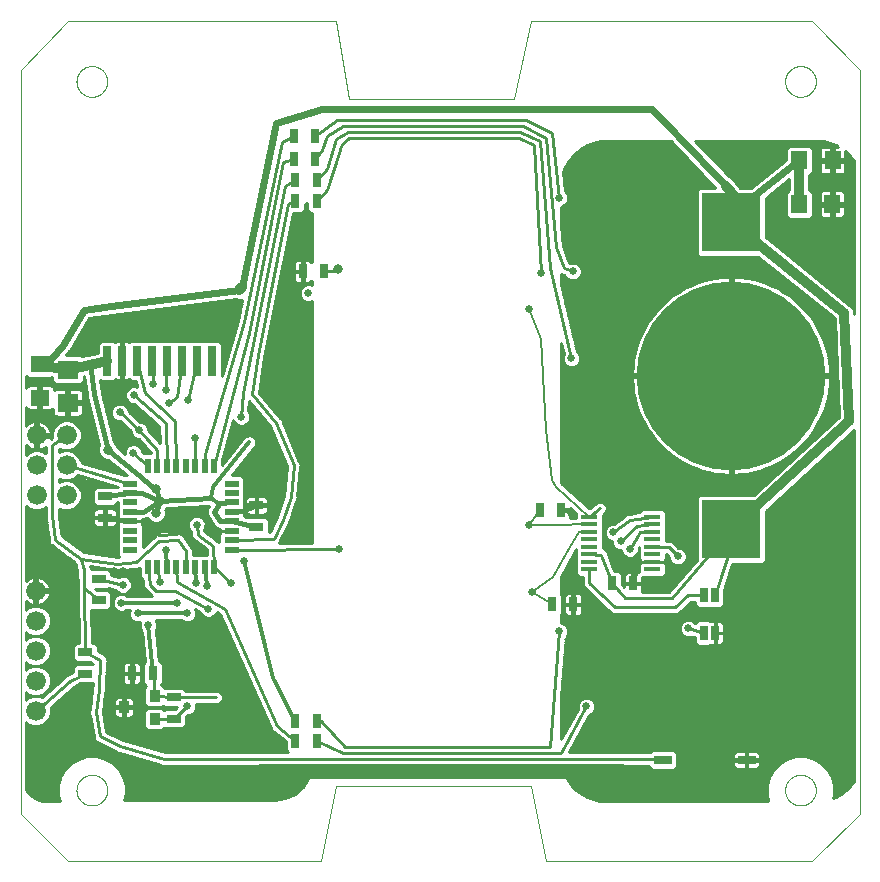
<source format=gtl>
G75*
%MOIN*%
%OFA0B0*%
%FSLAX25Y25*%
%IPPOS*%
%LPD*%
%AMOC8*
5,1,8,0,0,1.08239X$1,22.5*
%
%ADD10C,0.00000*%
%ADD11R,0.07087X0.06299*%
%ADD12R,0.04724X0.03150*%
%ADD13R,0.03150X0.04724*%
%ADD14R,0.06299X0.05512*%
%ADD15R,0.05512X0.06299*%
%ADD16C,0.06600*%
%ADD17R,0.03000X0.10000*%
%ADD18R,0.05000X0.02200*%
%ADD19R,0.02200X0.05000*%
%ADD20R,0.03543X0.03937*%
%ADD21C,0.62992*%
%ADD22R,0.19685X0.19685*%
%ADD23R,0.06000X0.03000*%
%ADD24R,0.05500X0.01500*%
%ADD25R,0.02500X0.05000*%
%ADD26C,0.01000*%
%ADD27C,0.02500*%
%ADD28C,0.05000*%
%ADD29C,0.01600*%
%ADD30C,0.03200*%
%ADD31C,0.00800*%
%ADD32C,0.01200*%
%ADD33C,0.03200*%
%ADD34C,0.02400*%
D10*
X0024471Y0016748D02*
X0024471Y0264780D01*
X0040219Y0281000D01*
X0129471Y0281000D01*
X0133971Y0255000D01*
X0188971Y0255000D01*
X0194471Y0281000D01*
X0288250Y0281000D01*
X0303998Y0264780D01*
X0303998Y0016748D01*
X0288250Y0001000D01*
X0199471Y0001000D01*
X0194471Y0026000D01*
X0129471Y0026000D01*
X0124471Y0001000D01*
X0040219Y0001000D01*
X0024471Y0016748D01*
X0042975Y0024622D02*
X0042977Y0024765D01*
X0042983Y0024908D01*
X0042993Y0025050D01*
X0043007Y0025192D01*
X0043025Y0025334D01*
X0043047Y0025476D01*
X0043072Y0025616D01*
X0043102Y0025756D01*
X0043136Y0025895D01*
X0043173Y0026033D01*
X0043215Y0026170D01*
X0043260Y0026305D01*
X0043309Y0026439D01*
X0043361Y0026572D01*
X0043417Y0026704D01*
X0043477Y0026833D01*
X0043541Y0026961D01*
X0043608Y0027088D01*
X0043679Y0027212D01*
X0043753Y0027334D01*
X0043830Y0027454D01*
X0043911Y0027572D01*
X0043995Y0027688D01*
X0044082Y0027801D01*
X0044172Y0027912D01*
X0044266Y0028020D01*
X0044362Y0028126D01*
X0044461Y0028228D01*
X0044564Y0028328D01*
X0044668Y0028425D01*
X0044776Y0028520D01*
X0044886Y0028611D01*
X0044999Y0028699D01*
X0045114Y0028783D01*
X0045231Y0028865D01*
X0045351Y0028943D01*
X0045472Y0029018D01*
X0045596Y0029090D01*
X0045722Y0029158D01*
X0045849Y0029222D01*
X0045979Y0029283D01*
X0046110Y0029340D01*
X0046242Y0029394D01*
X0046376Y0029443D01*
X0046511Y0029490D01*
X0046648Y0029532D01*
X0046786Y0029570D01*
X0046924Y0029605D01*
X0047064Y0029635D01*
X0047204Y0029662D01*
X0047345Y0029685D01*
X0047487Y0029704D01*
X0047629Y0029719D01*
X0047772Y0029730D01*
X0047914Y0029737D01*
X0048057Y0029740D01*
X0048200Y0029739D01*
X0048343Y0029734D01*
X0048486Y0029725D01*
X0048628Y0029712D01*
X0048770Y0029695D01*
X0048911Y0029674D01*
X0049052Y0029649D01*
X0049192Y0029621D01*
X0049331Y0029588D01*
X0049469Y0029551D01*
X0049606Y0029511D01*
X0049742Y0029467D01*
X0049877Y0029419D01*
X0050010Y0029367D01*
X0050142Y0029312D01*
X0050272Y0029253D01*
X0050401Y0029190D01*
X0050527Y0029124D01*
X0050652Y0029054D01*
X0050775Y0028981D01*
X0050895Y0028905D01*
X0051014Y0028825D01*
X0051130Y0028741D01*
X0051244Y0028655D01*
X0051355Y0028565D01*
X0051464Y0028473D01*
X0051570Y0028377D01*
X0051674Y0028279D01*
X0051775Y0028177D01*
X0051872Y0028073D01*
X0051967Y0027966D01*
X0052059Y0027857D01*
X0052148Y0027745D01*
X0052234Y0027630D01*
X0052316Y0027514D01*
X0052395Y0027394D01*
X0052471Y0027273D01*
X0052543Y0027150D01*
X0052612Y0027025D01*
X0052677Y0026898D01*
X0052739Y0026769D01*
X0052797Y0026638D01*
X0052852Y0026506D01*
X0052902Y0026372D01*
X0052949Y0026237D01*
X0052993Y0026101D01*
X0053032Y0025964D01*
X0053067Y0025825D01*
X0053099Y0025686D01*
X0053127Y0025546D01*
X0053151Y0025405D01*
X0053171Y0025263D01*
X0053187Y0025121D01*
X0053199Y0024979D01*
X0053207Y0024836D01*
X0053211Y0024693D01*
X0053211Y0024551D01*
X0053207Y0024408D01*
X0053199Y0024265D01*
X0053187Y0024123D01*
X0053171Y0023981D01*
X0053151Y0023839D01*
X0053127Y0023698D01*
X0053099Y0023558D01*
X0053067Y0023419D01*
X0053032Y0023280D01*
X0052993Y0023143D01*
X0052949Y0023007D01*
X0052902Y0022872D01*
X0052852Y0022738D01*
X0052797Y0022606D01*
X0052739Y0022475D01*
X0052677Y0022346D01*
X0052612Y0022219D01*
X0052543Y0022094D01*
X0052471Y0021971D01*
X0052395Y0021850D01*
X0052316Y0021730D01*
X0052234Y0021614D01*
X0052148Y0021499D01*
X0052059Y0021387D01*
X0051967Y0021278D01*
X0051872Y0021171D01*
X0051775Y0021067D01*
X0051674Y0020965D01*
X0051570Y0020867D01*
X0051464Y0020771D01*
X0051355Y0020679D01*
X0051244Y0020589D01*
X0051130Y0020503D01*
X0051014Y0020419D01*
X0050895Y0020339D01*
X0050775Y0020263D01*
X0050652Y0020190D01*
X0050527Y0020120D01*
X0050401Y0020054D01*
X0050272Y0019991D01*
X0050142Y0019932D01*
X0050010Y0019877D01*
X0049877Y0019825D01*
X0049742Y0019777D01*
X0049606Y0019733D01*
X0049469Y0019693D01*
X0049331Y0019656D01*
X0049192Y0019623D01*
X0049052Y0019595D01*
X0048911Y0019570D01*
X0048770Y0019549D01*
X0048628Y0019532D01*
X0048486Y0019519D01*
X0048343Y0019510D01*
X0048200Y0019505D01*
X0048057Y0019504D01*
X0047914Y0019507D01*
X0047772Y0019514D01*
X0047629Y0019525D01*
X0047487Y0019540D01*
X0047345Y0019559D01*
X0047204Y0019582D01*
X0047064Y0019609D01*
X0046924Y0019639D01*
X0046786Y0019674D01*
X0046648Y0019712D01*
X0046511Y0019754D01*
X0046376Y0019801D01*
X0046242Y0019850D01*
X0046110Y0019904D01*
X0045979Y0019961D01*
X0045849Y0020022D01*
X0045722Y0020086D01*
X0045596Y0020154D01*
X0045472Y0020226D01*
X0045351Y0020301D01*
X0045231Y0020379D01*
X0045114Y0020461D01*
X0044999Y0020545D01*
X0044886Y0020633D01*
X0044776Y0020724D01*
X0044668Y0020819D01*
X0044564Y0020916D01*
X0044461Y0021016D01*
X0044362Y0021118D01*
X0044266Y0021224D01*
X0044172Y0021332D01*
X0044082Y0021443D01*
X0043995Y0021556D01*
X0043911Y0021672D01*
X0043830Y0021790D01*
X0043753Y0021910D01*
X0043679Y0022032D01*
X0043608Y0022156D01*
X0043541Y0022283D01*
X0043477Y0022411D01*
X0043417Y0022540D01*
X0043361Y0022672D01*
X0043309Y0022805D01*
X0043260Y0022939D01*
X0043215Y0023074D01*
X0043173Y0023211D01*
X0043136Y0023349D01*
X0043102Y0023488D01*
X0043072Y0023628D01*
X0043047Y0023768D01*
X0043025Y0023910D01*
X0043007Y0024052D01*
X0042993Y0024194D01*
X0042983Y0024336D01*
X0042977Y0024479D01*
X0042975Y0024622D01*
X0279195Y0024622D02*
X0279197Y0024765D01*
X0279203Y0024908D01*
X0279213Y0025050D01*
X0279227Y0025192D01*
X0279245Y0025334D01*
X0279267Y0025476D01*
X0279292Y0025616D01*
X0279322Y0025756D01*
X0279356Y0025895D01*
X0279393Y0026033D01*
X0279435Y0026170D01*
X0279480Y0026305D01*
X0279529Y0026439D01*
X0279581Y0026572D01*
X0279637Y0026704D01*
X0279697Y0026833D01*
X0279761Y0026961D01*
X0279828Y0027088D01*
X0279899Y0027212D01*
X0279973Y0027334D01*
X0280050Y0027454D01*
X0280131Y0027572D01*
X0280215Y0027688D01*
X0280302Y0027801D01*
X0280392Y0027912D01*
X0280486Y0028020D01*
X0280582Y0028126D01*
X0280681Y0028228D01*
X0280784Y0028328D01*
X0280888Y0028425D01*
X0280996Y0028520D01*
X0281106Y0028611D01*
X0281219Y0028699D01*
X0281334Y0028783D01*
X0281451Y0028865D01*
X0281571Y0028943D01*
X0281692Y0029018D01*
X0281816Y0029090D01*
X0281942Y0029158D01*
X0282069Y0029222D01*
X0282199Y0029283D01*
X0282330Y0029340D01*
X0282462Y0029394D01*
X0282596Y0029443D01*
X0282731Y0029490D01*
X0282868Y0029532D01*
X0283006Y0029570D01*
X0283144Y0029605D01*
X0283284Y0029635D01*
X0283424Y0029662D01*
X0283565Y0029685D01*
X0283707Y0029704D01*
X0283849Y0029719D01*
X0283992Y0029730D01*
X0284134Y0029737D01*
X0284277Y0029740D01*
X0284420Y0029739D01*
X0284563Y0029734D01*
X0284706Y0029725D01*
X0284848Y0029712D01*
X0284990Y0029695D01*
X0285131Y0029674D01*
X0285272Y0029649D01*
X0285412Y0029621D01*
X0285551Y0029588D01*
X0285689Y0029551D01*
X0285826Y0029511D01*
X0285962Y0029467D01*
X0286097Y0029419D01*
X0286230Y0029367D01*
X0286362Y0029312D01*
X0286492Y0029253D01*
X0286621Y0029190D01*
X0286747Y0029124D01*
X0286872Y0029054D01*
X0286995Y0028981D01*
X0287115Y0028905D01*
X0287234Y0028825D01*
X0287350Y0028741D01*
X0287464Y0028655D01*
X0287575Y0028565D01*
X0287684Y0028473D01*
X0287790Y0028377D01*
X0287894Y0028279D01*
X0287995Y0028177D01*
X0288092Y0028073D01*
X0288187Y0027966D01*
X0288279Y0027857D01*
X0288368Y0027745D01*
X0288454Y0027630D01*
X0288536Y0027514D01*
X0288615Y0027394D01*
X0288691Y0027273D01*
X0288763Y0027150D01*
X0288832Y0027025D01*
X0288897Y0026898D01*
X0288959Y0026769D01*
X0289017Y0026638D01*
X0289072Y0026506D01*
X0289122Y0026372D01*
X0289169Y0026237D01*
X0289213Y0026101D01*
X0289252Y0025964D01*
X0289287Y0025825D01*
X0289319Y0025686D01*
X0289347Y0025546D01*
X0289371Y0025405D01*
X0289391Y0025263D01*
X0289407Y0025121D01*
X0289419Y0024979D01*
X0289427Y0024836D01*
X0289431Y0024693D01*
X0289431Y0024551D01*
X0289427Y0024408D01*
X0289419Y0024265D01*
X0289407Y0024123D01*
X0289391Y0023981D01*
X0289371Y0023839D01*
X0289347Y0023698D01*
X0289319Y0023558D01*
X0289287Y0023419D01*
X0289252Y0023280D01*
X0289213Y0023143D01*
X0289169Y0023007D01*
X0289122Y0022872D01*
X0289072Y0022738D01*
X0289017Y0022606D01*
X0288959Y0022475D01*
X0288897Y0022346D01*
X0288832Y0022219D01*
X0288763Y0022094D01*
X0288691Y0021971D01*
X0288615Y0021850D01*
X0288536Y0021730D01*
X0288454Y0021614D01*
X0288368Y0021499D01*
X0288279Y0021387D01*
X0288187Y0021278D01*
X0288092Y0021171D01*
X0287995Y0021067D01*
X0287894Y0020965D01*
X0287790Y0020867D01*
X0287684Y0020771D01*
X0287575Y0020679D01*
X0287464Y0020589D01*
X0287350Y0020503D01*
X0287234Y0020419D01*
X0287115Y0020339D01*
X0286995Y0020263D01*
X0286872Y0020190D01*
X0286747Y0020120D01*
X0286621Y0020054D01*
X0286492Y0019991D01*
X0286362Y0019932D01*
X0286230Y0019877D01*
X0286097Y0019825D01*
X0285962Y0019777D01*
X0285826Y0019733D01*
X0285689Y0019693D01*
X0285551Y0019656D01*
X0285412Y0019623D01*
X0285272Y0019595D01*
X0285131Y0019570D01*
X0284990Y0019549D01*
X0284848Y0019532D01*
X0284706Y0019519D01*
X0284563Y0019510D01*
X0284420Y0019505D01*
X0284277Y0019504D01*
X0284134Y0019507D01*
X0283992Y0019514D01*
X0283849Y0019525D01*
X0283707Y0019540D01*
X0283565Y0019559D01*
X0283424Y0019582D01*
X0283284Y0019609D01*
X0283144Y0019639D01*
X0283006Y0019674D01*
X0282868Y0019712D01*
X0282731Y0019754D01*
X0282596Y0019801D01*
X0282462Y0019850D01*
X0282330Y0019904D01*
X0282199Y0019961D01*
X0282069Y0020022D01*
X0281942Y0020086D01*
X0281816Y0020154D01*
X0281692Y0020226D01*
X0281571Y0020301D01*
X0281451Y0020379D01*
X0281334Y0020461D01*
X0281219Y0020545D01*
X0281106Y0020633D01*
X0280996Y0020724D01*
X0280888Y0020819D01*
X0280784Y0020916D01*
X0280681Y0021016D01*
X0280582Y0021118D01*
X0280486Y0021224D01*
X0280392Y0021332D01*
X0280302Y0021443D01*
X0280215Y0021556D01*
X0280131Y0021672D01*
X0280050Y0021790D01*
X0279973Y0021910D01*
X0279899Y0022032D01*
X0279828Y0022156D01*
X0279761Y0022283D01*
X0279697Y0022411D01*
X0279637Y0022540D01*
X0279581Y0022672D01*
X0279529Y0022805D01*
X0279480Y0022939D01*
X0279435Y0023074D01*
X0279393Y0023211D01*
X0279356Y0023349D01*
X0279322Y0023488D01*
X0279292Y0023628D01*
X0279267Y0023768D01*
X0279245Y0023910D01*
X0279227Y0024052D01*
X0279213Y0024194D01*
X0279203Y0024336D01*
X0279197Y0024479D01*
X0279195Y0024622D01*
X0279195Y0260843D02*
X0279197Y0260986D01*
X0279203Y0261129D01*
X0279213Y0261271D01*
X0279227Y0261413D01*
X0279245Y0261555D01*
X0279267Y0261697D01*
X0279292Y0261837D01*
X0279322Y0261977D01*
X0279356Y0262116D01*
X0279393Y0262254D01*
X0279435Y0262391D01*
X0279480Y0262526D01*
X0279529Y0262660D01*
X0279581Y0262793D01*
X0279637Y0262925D01*
X0279697Y0263054D01*
X0279761Y0263182D01*
X0279828Y0263309D01*
X0279899Y0263433D01*
X0279973Y0263555D01*
X0280050Y0263675D01*
X0280131Y0263793D01*
X0280215Y0263909D01*
X0280302Y0264022D01*
X0280392Y0264133D01*
X0280486Y0264241D01*
X0280582Y0264347D01*
X0280681Y0264449D01*
X0280784Y0264549D01*
X0280888Y0264646D01*
X0280996Y0264741D01*
X0281106Y0264832D01*
X0281219Y0264920D01*
X0281334Y0265004D01*
X0281451Y0265086D01*
X0281571Y0265164D01*
X0281692Y0265239D01*
X0281816Y0265311D01*
X0281942Y0265379D01*
X0282069Y0265443D01*
X0282199Y0265504D01*
X0282330Y0265561D01*
X0282462Y0265615D01*
X0282596Y0265664D01*
X0282731Y0265711D01*
X0282868Y0265753D01*
X0283006Y0265791D01*
X0283144Y0265826D01*
X0283284Y0265856D01*
X0283424Y0265883D01*
X0283565Y0265906D01*
X0283707Y0265925D01*
X0283849Y0265940D01*
X0283992Y0265951D01*
X0284134Y0265958D01*
X0284277Y0265961D01*
X0284420Y0265960D01*
X0284563Y0265955D01*
X0284706Y0265946D01*
X0284848Y0265933D01*
X0284990Y0265916D01*
X0285131Y0265895D01*
X0285272Y0265870D01*
X0285412Y0265842D01*
X0285551Y0265809D01*
X0285689Y0265772D01*
X0285826Y0265732D01*
X0285962Y0265688D01*
X0286097Y0265640D01*
X0286230Y0265588D01*
X0286362Y0265533D01*
X0286492Y0265474D01*
X0286621Y0265411D01*
X0286747Y0265345D01*
X0286872Y0265275D01*
X0286995Y0265202D01*
X0287115Y0265126D01*
X0287234Y0265046D01*
X0287350Y0264962D01*
X0287464Y0264876D01*
X0287575Y0264786D01*
X0287684Y0264694D01*
X0287790Y0264598D01*
X0287894Y0264500D01*
X0287995Y0264398D01*
X0288092Y0264294D01*
X0288187Y0264187D01*
X0288279Y0264078D01*
X0288368Y0263966D01*
X0288454Y0263851D01*
X0288536Y0263735D01*
X0288615Y0263615D01*
X0288691Y0263494D01*
X0288763Y0263371D01*
X0288832Y0263246D01*
X0288897Y0263119D01*
X0288959Y0262990D01*
X0289017Y0262859D01*
X0289072Y0262727D01*
X0289122Y0262593D01*
X0289169Y0262458D01*
X0289213Y0262322D01*
X0289252Y0262185D01*
X0289287Y0262046D01*
X0289319Y0261907D01*
X0289347Y0261767D01*
X0289371Y0261626D01*
X0289391Y0261484D01*
X0289407Y0261342D01*
X0289419Y0261200D01*
X0289427Y0261057D01*
X0289431Y0260914D01*
X0289431Y0260772D01*
X0289427Y0260629D01*
X0289419Y0260486D01*
X0289407Y0260344D01*
X0289391Y0260202D01*
X0289371Y0260060D01*
X0289347Y0259919D01*
X0289319Y0259779D01*
X0289287Y0259640D01*
X0289252Y0259501D01*
X0289213Y0259364D01*
X0289169Y0259228D01*
X0289122Y0259093D01*
X0289072Y0258959D01*
X0289017Y0258827D01*
X0288959Y0258696D01*
X0288897Y0258567D01*
X0288832Y0258440D01*
X0288763Y0258315D01*
X0288691Y0258192D01*
X0288615Y0258071D01*
X0288536Y0257951D01*
X0288454Y0257835D01*
X0288368Y0257720D01*
X0288279Y0257608D01*
X0288187Y0257499D01*
X0288092Y0257392D01*
X0287995Y0257288D01*
X0287894Y0257186D01*
X0287790Y0257088D01*
X0287684Y0256992D01*
X0287575Y0256900D01*
X0287464Y0256810D01*
X0287350Y0256724D01*
X0287234Y0256640D01*
X0287115Y0256560D01*
X0286995Y0256484D01*
X0286872Y0256411D01*
X0286747Y0256341D01*
X0286621Y0256275D01*
X0286492Y0256212D01*
X0286362Y0256153D01*
X0286230Y0256098D01*
X0286097Y0256046D01*
X0285962Y0255998D01*
X0285826Y0255954D01*
X0285689Y0255914D01*
X0285551Y0255877D01*
X0285412Y0255844D01*
X0285272Y0255816D01*
X0285131Y0255791D01*
X0284990Y0255770D01*
X0284848Y0255753D01*
X0284706Y0255740D01*
X0284563Y0255731D01*
X0284420Y0255726D01*
X0284277Y0255725D01*
X0284134Y0255728D01*
X0283992Y0255735D01*
X0283849Y0255746D01*
X0283707Y0255761D01*
X0283565Y0255780D01*
X0283424Y0255803D01*
X0283284Y0255830D01*
X0283144Y0255860D01*
X0283006Y0255895D01*
X0282868Y0255933D01*
X0282731Y0255975D01*
X0282596Y0256022D01*
X0282462Y0256071D01*
X0282330Y0256125D01*
X0282199Y0256182D01*
X0282069Y0256243D01*
X0281942Y0256307D01*
X0281816Y0256375D01*
X0281692Y0256447D01*
X0281571Y0256522D01*
X0281451Y0256600D01*
X0281334Y0256682D01*
X0281219Y0256766D01*
X0281106Y0256854D01*
X0280996Y0256945D01*
X0280888Y0257040D01*
X0280784Y0257137D01*
X0280681Y0257237D01*
X0280582Y0257339D01*
X0280486Y0257445D01*
X0280392Y0257553D01*
X0280302Y0257664D01*
X0280215Y0257777D01*
X0280131Y0257893D01*
X0280050Y0258011D01*
X0279973Y0258131D01*
X0279899Y0258253D01*
X0279828Y0258377D01*
X0279761Y0258504D01*
X0279697Y0258632D01*
X0279637Y0258761D01*
X0279581Y0258893D01*
X0279529Y0259026D01*
X0279480Y0259160D01*
X0279435Y0259295D01*
X0279393Y0259432D01*
X0279356Y0259570D01*
X0279322Y0259709D01*
X0279292Y0259849D01*
X0279267Y0259989D01*
X0279245Y0260131D01*
X0279227Y0260273D01*
X0279213Y0260415D01*
X0279203Y0260557D01*
X0279197Y0260700D01*
X0279195Y0260843D01*
X0042975Y0260843D02*
X0042977Y0260986D01*
X0042983Y0261129D01*
X0042993Y0261271D01*
X0043007Y0261413D01*
X0043025Y0261555D01*
X0043047Y0261697D01*
X0043072Y0261837D01*
X0043102Y0261977D01*
X0043136Y0262116D01*
X0043173Y0262254D01*
X0043215Y0262391D01*
X0043260Y0262526D01*
X0043309Y0262660D01*
X0043361Y0262793D01*
X0043417Y0262925D01*
X0043477Y0263054D01*
X0043541Y0263182D01*
X0043608Y0263309D01*
X0043679Y0263433D01*
X0043753Y0263555D01*
X0043830Y0263675D01*
X0043911Y0263793D01*
X0043995Y0263909D01*
X0044082Y0264022D01*
X0044172Y0264133D01*
X0044266Y0264241D01*
X0044362Y0264347D01*
X0044461Y0264449D01*
X0044564Y0264549D01*
X0044668Y0264646D01*
X0044776Y0264741D01*
X0044886Y0264832D01*
X0044999Y0264920D01*
X0045114Y0265004D01*
X0045231Y0265086D01*
X0045351Y0265164D01*
X0045472Y0265239D01*
X0045596Y0265311D01*
X0045722Y0265379D01*
X0045849Y0265443D01*
X0045979Y0265504D01*
X0046110Y0265561D01*
X0046242Y0265615D01*
X0046376Y0265664D01*
X0046511Y0265711D01*
X0046648Y0265753D01*
X0046786Y0265791D01*
X0046924Y0265826D01*
X0047064Y0265856D01*
X0047204Y0265883D01*
X0047345Y0265906D01*
X0047487Y0265925D01*
X0047629Y0265940D01*
X0047772Y0265951D01*
X0047914Y0265958D01*
X0048057Y0265961D01*
X0048200Y0265960D01*
X0048343Y0265955D01*
X0048486Y0265946D01*
X0048628Y0265933D01*
X0048770Y0265916D01*
X0048911Y0265895D01*
X0049052Y0265870D01*
X0049192Y0265842D01*
X0049331Y0265809D01*
X0049469Y0265772D01*
X0049606Y0265732D01*
X0049742Y0265688D01*
X0049877Y0265640D01*
X0050010Y0265588D01*
X0050142Y0265533D01*
X0050272Y0265474D01*
X0050401Y0265411D01*
X0050527Y0265345D01*
X0050652Y0265275D01*
X0050775Y0265202D01*
X0050895Y0265126D01*
X0051014Y0265046D01*
X0051130Y0264962D01*
X0051244Y0264876D01*
X0051355Y0264786D01*
X0051464Y0264694D01*
X0051570Y0264598D01*
X0051674Y0264500D01*
X0051775Y0264398D01*
X0051872Y0264294D01*
X0051967Y0264187D01*
X0052059Y0264078D01*
X0052148Y0263966D01*
X0052234Y0263851D01*
X0052316Y0263735D01*
X0052395Y0263615D01*
X0052471Y0263494D01*
X0052543Y0263371D01*
X0052612Y0263246D01*
X0052677Y0263119D01*
X0052739Y0262990D01*
X0052797Y0262859D01*
X0052852Y0262727D01*
X0052902Y0262593D01*
X0052949Y0262458D01*
X0052993Y0262322D01*
X0053032Y0262185D01*
X0053067Y0262046D01*
X0053099Y0261907D01*
X0053127Y0261767D01*
X0053151Y0261626D01*
X0053171Y0261484D01*
X0053187Y0261342D01*
X0053199Y0261200D01*
X0053207Y0261057D01*
X0053211Y0260914D01*
X0053211Y0260772D01*
X0053207Y0260629D01*
X0053199Y0260486D01*
X0053187Y0260344D01*
X0053171Y0260202D01*
X0053151Y0260060D01*
X0053127Y0259919D01*
X0053099Y0259779D01*
X0053067Y0259640D01*
X0053032Y0259501D01*
X0052993Y0259364D01*
X0052949Y0259228D01*
X0052902Y0259093D01*
X0052852Y0258959D01*
X0052797Y0258827D01*
X0052739Y0258696D01*
X0052677Y0258567D01*
X0052612Y0258440D01*
X0052543Y0258315D01*
X0052471Y0258192D01*
X0052395Y0258071D01*
X0052316Y0257951D01*
X0052234Y0257835D01*
X0052148Y0257720D01*
X0052059Y0257608D01*
X0051967Y0257499D01*
X0051872Y0257392D01*
X0051775Y0257288D01*
X0051674Y0257186D01*
X0051570Y0257088D01*
X0051464Y0256992D01*
X0051355Y0256900D01*
X0051244Y0256810D01*
X0051130Y0256724D01*
X0051014Y0256640D01*
X0050895Y0256560D01*
X0050775Y0256484D01*
X0050652Y0256411D01*
X0050527Y0256341D01*
X0050401Y0256275D01*
X0050272Y0256212D01*
X0050142Y0256153D01*
X0050010Y0256098D01*
X0049877Y0256046D01*
X0049742Y0255998D01*
X0049606Y0255954D01*
X0049469Y0255914D01*
X0049331Y0255877D01*
X0049192Y0255844D01*
X0049052Y0255816D01*
X0048911Y0255791D01*
X0048770Y0255770D01*
X0048628Y0255753D01*
X0048486Y0255740D01*
X0048343Y0255731D01*
X0048200Y0255726D01*
X0048057Y0255725D01*
X0047914Y0255728D01*
X0047772Y0255735D01*
X0047629Y0255746D01*
X0047487Y0255761D01*
X0047345Y0255780D01*
X0047204Y0255803D01*
X0047064Y0255830D01*
X0046924Y0255860D01*
X0046786Y0255895D01*
X0046648Y0255933D01*
X0046511Y0255975D01*
X0046376Y0256022D01*
X0046242Y0256071D01*
X0046110Y0256125D01*
X0045979Y0256182D01*
X0045849Y0256243D01*
X0045722Y0256307D01*
X0045596Y0256375D01*
X0045472Y0256447D01*
X0045351Y0256522D01*
X0045231Y0256600D01*
X0045114Y0256682D01*
X0044999Y0256766D01*
X0044886Y0256854D01*
X0044776Y0256945D01*
X0044668Y0257040D01*
X0044564Y0257137D01*
X0044461Y0257237D01*
X0044362Y0257339D01*
X0044266Y0257445D01*
X0044172Y0257553D01*
X0044082Y0257664D01*
X0043995Y0257777D01*
X0043911Y0257893D01*
X0043830Y0258011D01*
X0043753Y0258131D01*
X0043679Y0258253D01*
X0043608Y0258377D01*
X0043541Y0258504D01*
X0043477Y0258632D01*
X0043417Y0258761D01*
X0043361Y0258893D01*
X0043309Y0259026D01*
X0043260Y0259160D01*
X0043215Y0259295D01*
X0043173Y0259432D01*
X0043136Y0259570D01*
X0043102Y0259709D01*
X0043072Y0259849D01*
X0043047Y0259989D01*
X0043025Y0260131D01*
X0043007Y0260273D01*
X0042993Y0260415D01*
X0042983Y0260557D01*
X0042977Y0260700D01*
X0042975Y0260843D01*
D11*
X0040105Y0164793D03*
X0040105Y0153769D03*
D12*
X0052471Y0122543D03*
X0052471Y0115457D03*
X0050471Y0095043D03*
X0050471Y0087957D03*
X0045971Y0070543D03*
X0045971Y0063457D03*
X0075471Y0055543D03*
X0075471Y0048457D03*
X0102971Y0112457D03*
X0102971Y0119543D03*
D13*
X0068514Y0063500D03*
X0061427Y0063500D03*
X0115927Y0047500D03*
X0115927Y0041000D03*
X0123014Y0041000D03*
X0123014Y0047500D03*
X0201427Y0086500D03*
X0208514Y0086500D03*
X0221427Y0093500D03*
X0228514Y0093500D03*
X0204514Y0118000D03*
X0197427Y0118000D03*
X0125545Y0197535D03*
X0118459Y0197535D03*
X0115927Y0221000D03*
X0115927Y0228000D03*
X0115427Y0235000D03*
X0115427Y0242500D03*
X0122514Y0242500D03*
X0122514Y0235000D03*
X0123014Y0228000D03*
X0123014Y0221000D03*
D14*
X0030771Y0166512D03*
X0030771Y0155488D03*
D15*
X0283892Y0219961D03*
X0294915Y0219961D03*
X0294982Y0234500D03*
X0283959Y0234500D03*
D16*
X0039707Y0142850D03*
X0039707Y0132850D03*
X0029707Y0132850D03*
X0029707Y0142850D03*
X0029707Y0122850D03*
X0039707Y0122850D03*
X0029471Y0091000D03*
X0029471Y0081000D03*
X0029471Y0071000D03*
X0029471Y0061000D03*
X0029471Y0051000D03*
D17*
X0053211Y0167772D03*
X0058211Y0167772D03*
X0063211Y0167772D03*
X0068211Y0167772D03*
X0073211Y0167772D03*
X0078211Y0167772D03*
X0083211Y0167772D03*
X0088211Y0167772D03*
D18*
X0094717Y0126827D03*
X0094717Y0123677D03*
X0094717Y0120528D03*
X0094717Y0117378D03*
X0094717Y0114228D03*
X0094717Y0111079D03*
X0094717Y0107929D03*
X0094717Y0104780D03*
X0060917Y0104780D03*
X0060917Y0107929D03*
X0060917Y0111079D03*
X0060917Y0114228D03*
X0060917Y0117378D03*
X0060917Y0120528D03*
X0060917Y0123677D03*
X0060917Y0126827D03*
D19*
X0066793Y0132703D03*
X0069943Y0132703D03*
X0073093Y0132703D03*
X0076242Y0132703D03*
X0079392Y0132703D03*
X0082541Y0132703D03*
X0085691Y0132703D03*
X0088841Y0132703D03*
X0088841Y0098903D03*
X0085691Y0098903D03*
X0082541Y0098903D03*
X0079392Y0098903D03*
X0076242Y0098903D03*
X0073093Y0098903D03*
X0069943Y0098903D03*
X0066793Y0098903D03*
D20*
X0069077Y0056157D03*
X0069077Y0048283D03*
X0058841Y0052220D03*
D21*
X0261191Y0162732D03*
D22*
X0261191Y0111551D03*
X0261191Y0213913D03*
D23*
X0266372Y0034693D03*
X0238372Y0034693D03*
D24*
X0234971Y0098250D03*
X0234971Y0100750D03*
X0234971Y0103250D03*
X0234971Y0105750D03*
X0234971Y0108250D03*
X0234971Y0110750D03*
X0234971Y0113250D03*
X0234971Y0115750D03*
X0213971Y0115750D03*
X0213971Y0113250D03*
X0213971Y0110750D03*
X0213971Y0108250D03*
X0213971Y0105750D03*
X0213971Y0103250D03*
X0213971Y0100750D03*
X0213971Y0098250D03*
D25*
X0251999Y0089500D03*
X0255942Y0089500D03*
X0255942Y0077000D03*
X0251999Y0077000D03*
D26*
X0246971Y0078500D01*
X0248230Y0075829D02*
X0247557Y0075550D01*
X0246384Y0075550D01*
X0245299Y0075999D01*
X0244470Y0076829D01*
X0244021Y0077913D01*
X0244021Y0079087D01*
X0244470Y0080171D01*
X0245299Y0081001D01*
X0246384Y0081450D01*
X0247557Y0081450D01*
X0248642Y0081001D01*
X0249244Y0080399D01*
X0250045Y0081200D01*
X0253953Y0081200D01*
X0254225Y0080928D01*
X0254495Y0081000D01*
X0255817Y0081000D01*
X0255817Y0077125D01*
X0256067Y0077125D01*
X0256067Y0081000D01*
X0257390Y0081000D01*
X0257771Y0080898D01*
X0258113Y0080700D01*
X0258392Y0080421D01*
X0258590Y0080079D01*
X0258692Y0079697D01*
X0258692Y0077125D01*
X0256067Y0077125D01*
X0256067Y0076875D01*
X0256067Y0073000D01*
X0257390Y0073000D01*
X0257771Y0073102D01*
X0258113Y0073300D01*
X0258392Y0073579D01*
X0258590Y0073921D01*
X0258692Y0074303D01*
X0258692Y0076875D01*
X0256067Y0076875D01*
X0255817Y0076875D01*
X0255817Y0073000D01*
X0254495Y0073000D01*
X0254225Y0073072D01*
X0253953Y0072800D01*
X0250045Y0072800D01*
X0249049Y0073796D01*
X0249049Y0075584D01*
X0248230Y0075829D01*
X0249049Y0074890D02*
X0205974Y0074890D01*
X0206011Y0075369D02*
X0206471Y0075829D01*
X0206921Y0076913D01*
X0206921Y0078087D01*
X0206471Y0079171D01*
X0205642Y0080001D01*
X0204557Y0080450D01*
X0204471Y0080450D01*
X0204471Y0083202D01*
X0204702Y0083434D01*
X0204702Y0089566D01*
X0204471Y0089798D01*
X0204471Y0095688D01*
X0209292Y0104453D01*
X0209521Y0104835D01*
X0209521Y0096796D01*
X0210516Y0095800D01*
X0211771Y0095800D01*
X0211771Y0094372D01*
X0211744Y0094344D01*
X0211771Y0093467D01*
X0211771Y0092589D01*
X0211798Y0092561D01*
X0211799Y0092523D01*
X0212439Y0091921D01*
X0213059Y0091300D01*
X0213098Y0091300D01*
X0220938Y0083921D01*
X0221559Y0083300D01*
X0221598Y0083300D01*
X0221626Y0083273D01*
X0222504Y0083300D01*
X0242406Y0083300D01*
X0243251Y0083250D01*
X0243307Y0083300D01*
X0243382Y0083300D01*
X0243981Y0083899D01*
X0247807Y0087300D01*
X0249049Y0087300D01*
X0249049Y0086296D01*
X0250045Y0085300D01*
X0253953Y0085300D01*
X0253971Y0085317D01*
X0253988Y0085300D01*
X0257896Y0085300D01*
X0258892Y0086296D01*
X0258892Y0091485D01*
X0261635Y0100009D01*
X0271738Y0100009D01*
X0272734Y0101004D01*
X0272734Y0117642D01*
X0302298Y0144699D01*
X0302298Y0027840D01*
X0302181Y0027625D01*
X0300948Y0025978D01*
X0299493Y0024523D01*
X0297845Y0023290D01*
X0296039Y0022303D01*
X0295252Y0022010D01*
X0295556Y0023142D01*
X0295556Y0026102D01*
X0294789Y0028961D01*
X0293309Y0031525D01*
X0291216Y0033618D01*
X0288653Y0035098D01*
X0285793Y0035865D01*
X0282833Y0035865D01*
X0279974Y0035098D01*
X0277410Y0033618D01*
X0275317Y0031525D01*
X0273837Y0028961D01*
X0273071Y0026102D01*
X0273071Y0023142D01*
X0273644Y0021000D01*
X0219434Y0021000D01*
X0217304Y0021152D01*
X0215218Y0021606D01*
X0213218Y0022352D01*
X0211344Y0023375D01*
X0209635Y0024655D01*
X0208125Y0026164D01*
X0206846Y0027873D01*
X0205823Y0029747D01*
X0205077Y0031748D01*
X0204848Y0032800D01*
X0233672Y0032800D01*
X0233672Y0032489D01*
X0234668Y0031493D01*
X0242076Y0031493D01*
X0243072Y0032489D01*
X0243072Y0036897D01*
X0242076Y0037893D01*
X0234668Y0037893D01*
X0234018Y0037242D01*
X0233735Y0037265D01*
X0233659Y0037200D01*
X0207089Y0037200D01*
X0213951Y0049713D01*
X0214642Y0049999D01*
X0215471Y0050829D01*
X0215921Y0051913D01*
X0215921Y0053087D01*
X0215471Y0054171D01*
X0214642Y0055001D01*
X0213557Y0055450D01*
X0212384Y0055450D01*
X0211299Y0055001D01*
X0210470Y0054171D01*
X0210021Y0053087D01*
X0210021Y0051913D01*
X0210072Y0051789D01*
X0204471Y0041575D01*
X0204471Y0055598D01*
X0206011Y0075369D01*
X0206496Y0075888D02*
X0245567Y0075888D01*
X0244446Y0076887D02*
X0206910Y0076887D01*
X0206921Y0077885D02*
X0244032Y0077885D01*
X0244021Y0078884D02*
X0206590Y0078884D01*
X0205760Y0079882D02*
X0244350Y0079882D01*
X0245180Y0080881D02*
X0204471Y0080881D01*
X0204471Y0081879D02*
X0302298Y0081879D01*
X0302298Y0080881D02*
X0257800Y0080881D01*
X0258643Y0079882D02*
X0302298Y0079882D01*
X0302298Y0078884D02*
X0258692Y0078884D01*
X0258692Y0077885D02*
X0302298Y0077885D01*
X0302298Y0076887D02*
X0256067Y0076887D01*
X0256067Y0077885D02*
X0255817Y0077885D01*
X0255817Y0078884D02*
X0256067Y0078884D01*
X0256067Y0079882D02*
X0255817Y0079882D01*
X0255817Y0080881D02*
X0256067Y0080881D01*
X0256067Y0075888D02*
X0255817Y0075888D01*
X0255817Y0074890D02*
X0256067Y0074890D01*
X0256067Y0073891D02*
X0255817Y0073891D01*
X0254046Y0072893D02*
X0302298Y0072893D01*
X0302298Y0073891D02*
X0258573Y0073891D01*
X0258692Y0074890D02*
X0302298Y0074890D01*
X0302298Y0075888D02*
X0258692Y0075888D01*
X0249952Y0072893D02*
X0205818Y0072893D01*
X0205896Y0073891D02*
X0249049Y0073891D01*
X0248762Y0080881D02*
X0249726Y0080881D01*
X0249471Y0085873D02*
X0246202Y0085873D01*
X0245079Y0084875D02*
X0302298Y0084875D01*
X0302298Y0085873D02*
X0258470Y0085873D01*
X0258892Y0086872D02*
X0302298Y0086872D01*
X0302298Y0087870D02*
X0258892Y0087870D01*
X0258892Y0088869D02*
X0302298Y0088869D01*
X0302298Y0089868D02*
X0258892Y0089868D01*
X0258892Y0090866D02*
X0302298Y0090866D01*
X0302298Y0091865D02*
X0259014Y0091865D01*
X0259336Y0092863D02*
X0302298Y0092863D01*
X0302298Y0093862D02*
X0259657Y0093862D01*
X0259978Y0094860D02*
X0302298Y0094860D01*
X0302298Y0095859D02*
X0260300Y0095859D01*
X0260621Y0096857D02*
X0302298Y0096857D01*
X0302298Y0097856D02*
X0260942Y0097856D01*
X0261264Y0098854D02*
X0302298Y0098854D01*
X0302298Y0099853D02*
X0261585Y0099853D01*
X0272580Y0100851D02*
X0302298Y0100851D01*
X0302298Y0101850D02*
X0272734Y0101850D01*
X0272734Y0102848D02*
X0302298Y0102848D01*
X0302298Y0103847D02*
X0272734Y0103847D01*
X0272734Y0104845D02*
X0302298Y0104845D01*
X0302298Y0105844D02*
X0272734Y0105844D01*
X0272734Y0106842D02*
X0302298Y0106842D01*
X0302298Y0107841D02*
X0272734Y0107841D01*
X0272734Y0108839D02*
X0302298Y0108839D01*
X0302298Y0109838D02*
X0272734Y0109838D01*
X0272734Y0110836D02*
X0302298Y0110836D01*
X0302298Y0111835D02*
X0272734Y0111835D01*
X0272734Y0112833D02*
X0302298Y0112833D01*
X0302298Y0113832D02*
X0272734Y0113832D01*
X0272734Y0114830D02*
X0302298Y0114830D01*
X0302298Y0115829D02*
X0272734Y0115829D01*
X0272734Y0116827D02*
X0302298Y0116827D01*
X0302298Y0117826D02*
X0272935Y0117826D01*
X0274026Y0118824D02*
X0302298Y0118824D01*
X0302298Y0119823D02*
X0275117Y0119823D01*
X0276208Y0120821D02*
X0302298Y0120821D01*
X0302298Y0121820D02*
X0277299Y0121820D01*
X0278390Y0122818D02*
X0302298Y0122818D01*
X0302298Y0123817D02*
X0279481Y0123817D01*
X0280572Y0124815D02*
X0302298Y0124815D01*
X0302298Y0125814D02*
X0281663Y0125814D01*
X0282754Y0126812D02*
X0302298Y0126812D01*
X0302298Y0127811D02*
X0283845Y0127811D01*
X0284936Y0128809D02*
X0302298Y0128809D01*
X0302298Y0129808D02*
X0286027Y0129808D01*
X0287118Y0130806D02*
X0302298Y0130806D01*
X0302298Y0131805D02*
X0288209Y0131805D01*
X0289300Y0132803D02*
X0302298Y0132803D01*
X0302298Y0133802D02*
X0290391Y0133802D01*
X0291482Y0134801D02*
X0302298Y0134801D01*
X0302298Y0135799D02*
X0292573Y0135799D01*
X0293664Y0136798D02*
X0302298Y0136798D01*
X0302298Y0137796D02*
X0294755Y0137796D01*
X0295846Y0138795D02*
X0302298Y0138795D01*
X0302298Y0139793D02*
X0296937Y0139793D01*
X0298028Y0140792D02*
X0302298Y0140792D01*
X0302298Y0141790D02*
X0299119Y0141790D01*
X0300210Y0142789D02*
X0302298Y0142789D01*
X0302298Y0143787D02*
X0301302Y0143787D01*
X0296981Y0148780D02*
X0291100Y0148780D01*
X0291262Y0149107D02*
X0292089Y0151103D01*
X0292783Y0153149D01*
X0293342Y0155236D01*
X0293764Y0157354D01*
X0294046Y0159496D01*
X0294187Y0161652D01*
X0294187Y0162232D01*
X0261691Y0162232D01*
X0261691Y0129736D01*
X0262271Y0129736D01*
X0264427Y0129878D01*
X0266569Y0130159D01*
X0268688Y0130581D01*
X0270774Y0131140D01*
X0272820Y0131835D01*
X0274816Y0132661D01*
X0276754Y0133617D01*
X0278625Y0134697D01*
X0280421Y0135897D01*
X0282135Y0137212D01*
X0283759Y0138637D01*
X0285287Y0140164D01*
X0286711Y0141789D01*
X0288026Y0143503D01*
X0289226Y0145299D01*
X0290307Y0147170D01*
X0291262Y0149107D01*
X0291540Y0149778D02*
X0297073Y0149778D01*
X0297109Y0148897D02*
X0268915Y0123094D01*
X0250644Y0123094D01*
X0249648Y0122098D01*
X0249648Y0101443D01*
X0240457Y0090700D01*
X0231524Y0090700D01*
X0231589Y0090940D01*
X0231589Y0093213D01*
X0228801Y0093213D01*
X0228801Y0093787D01*
X0231589Y0093787D01*
X0231589Y0095800D01*
X0238425Y0095800D01*
X0239421Y0096796D01*
X0239421Y0099704D01*
X0239221Y0099904D01*
X0239221Y0100750D01*
X0239221Y0101596D01*
X0239421Y0101796D01*
X0239421Y0103345D01*
X0239518Y0103341D01*
X0240521Y0102339D01*
X0240521Y0101913D01*
X0240970Y0100829D01*
X0241799Y0099999D01*
X0242884Y0099550D01*
X0244057Y0099550D01*
X0245142Y0099999D01*
X0245971Y0100829D01*
X0246421Y0101913D01*
X0246421Y0103087D01*
X0245971Y0104171D01*
X0245142Y0105001D01*
X0244057Y0105450D01*
X0243632Y0105450D01*
X0242061Y0107020D01*
X0241481Y0107656D01*
X0241423Y0107659D01*
X0241382Y0107700D01*
X0240520Y0107700D01*
X0239421Y0107750D01*
X0239421Y0117204D01*
X0238425Y0118200D01*
X0231516Y0118200D01*
X0230562Y0117246D01*
X0227461Y0116729D01*
X0226914Y0116815D01*
X0226597Y0116585D01*
X0226210Y0116520D01*
X0225888Y0116069D01*
X0222286Y0113450D01*
X0221384Y0113450D01*
X0220299Y0113001D01*
X0219470Y0112171D01*
X0219021Y0111087D01*
X0219021Y0109913D01*
X0219470Y0108829D01*
X0220299Y0107999D01*
X0221384Y0107550D01*
X0221521Y0107550D01*
X0221521Y0106913D01*
X0221970Y0105829D01*
X0222799Y0104999D01*
X0223884Y0104550D01*
X0224521Y0104550D01*
X0224521Y0104413D01*
X0224970Y0103329D01*
X0225799Y0102499D01*
X0226884Y0102050D01*
X0228057Y0102050D01*
X0229142Y0102499D01*
X0229971Y0103329D01*
X0230421Y0104413D01*
X0230421Y0105538D01*
X0230521Y0105695D01*
X0230521Y0101796D01*
X0230721Y0101596D01*
X0230721Y0100750D01*
X0230721Y0099904D01*
X0230521Y0099704D01*
X0230521Y0097299D01*
X0230286Y0097362D01*
X0228801Y0097362D01*
X0228801Y0093787D01*
X0228226Y0093787D01*
X0228226Y0093213D01*
X0225439Y0093213D01*
X0225439Y0092356D01*
X0224702Y0093167D01*
X0224702Y0096566D01*
X0223706Y0097562D01*
X0222290Y0097562D01*
X0220195Y0103321D01*
X0220223Y0103772D01*
X0219896Y0104143D01*
X0219726Y0104609D01*
X0219316Y0104800D01*
X0219017Y0105139D01*
X0218523Y0105170D01*
X0218421Y0105218D01*
X0218421Y0116449D01*
X0219546Y0117333D01*
X0219763Y0119143D01*
X0218637Y0120576D01*
X0216828Y0120793D01*
X0213976Y0118552D01*
X0204599Y0126862D01*
X0204471Y0127074D01*
X0204471Y0173818D01*
X0205375Y0169942D01*
X0205021Y0169087D01*
X0205021Y0167913D01*
X0205470Y0166829D01*
X0206299Y0165999D01*
X0207384Y0165550D01*
X0208557Y0165550D01*
X0209642Y0165999D01*
X0210471Y0166829D01*
X0210921Y0167913D01*
X0210921Y0169087D01*
X0210471Y0170171D01*
X0209647Y0170995D01*
X0204471Y0193182D01*
X0204471Y0196514D01*
X0204649Y0196455D01*
X0205352Y0196122D01*
X0205495Y0196173D01*
X0205880Y0196044D01*
X0205970Y0195829D01*
X0206799Y0194999D01*
X0207884Y0194550D01*
X0209057Y0194550D01*
X0210142Y0194999D01*
X0210971Y0195829D01*
X0211421Y0196913D01*
X0211421Y0198087D01*
X0210971Y0199171D01*
X0210142Y0200001D01*
X0209057Y0200450D01*
X0207884Y0200450D01*
X0207301Y0200209D01*
X0207182Y0200248D01*
X0205134Y0205982D01*
X0204471Y0212905D01*
X0204471Y0219050D01*
X0204557Y0219050D01*
X0205642Y0219499D01*
X0206471Y0220329D01*
X0206921Y0221413D01*
X0206921Y0222587D01*
X0206471Y0223671D01*
X0205928Y0224215D01*
X0205196Y0230507D01*
X0205830Y0232206D01*
X0206859Y0234090D01*
X0208145Y0235808D01*
X0209663Y0237326D01*
X0211381Y0238612D01*
X0213265Y0239641D01*
X0215276Y0240391D01*
X0217373Y0240847D01*
X0219514Y0241000D01*
X0241037Y0241000D01*
X0255972Y0225456D01*
X0250644Y0225456D01*
X0249648Y0224460D01*
X0249648Y0203367D01*
X0250644Y0202371D01*
X0270267Y0202371D01*
X0295736Y0181868D01*
X0297109Y0148897D01*
X0295890Y0147781D02*
X0290608Y0147781D01*
X0290083Y0146783D02*
X0294799Y0146783D01*
X0293708Y0145784D02*
X0289507Y0145784D01*
X0288883Y0144786D02*
X0292617Y0144786D01*
X0291526Y0143787D02*
X0288216Y0143787D01*
X0287478Y0142789D02*
X0290435Y0142789D01*
X0289344Y0141790D02*
X0286712Y0141790D01*
X0285837Y0140792D02*
X0288253Y0140792D01*
X0287162Y0139793D02*
X0284915Y0139793D01*
X0283917Y0138795D02*
X0286071Y0138795D01*
X0284980Y0137796D02*
X0282800Y0137796D01*
X0283889Y0136798D02*
X0281594Y0136798D01*
X0282798Y0135799D02*
X0280274Y0135799D01*
X0281707Y0134801D02*
X0278780Y0134801D01*
X0277074Y0133802D02*
X0280616Y0133802D01*
X0279525Y0132803D02*
X0275104Y0132803D01*
X0272733Y0131805D02*
X0278433Y0131805D01*
X0277342Y0130806D02*
X0269529Y0130806D01*
X0274069Y0127811D02*
X0204471Y0127811D01*
X0204471Y0128809D02*
X0275160Y0128809D01*
X0276251Y0129808D02*
X0263366Y0129808D01*
X0261691Y0129808D02*
X0260691Y0129808D01*
X0260691Y0129736D02*
X0260691Y0162232D01*
X0261691Y0162232D01*
X0261691Y0163232D01*
X0294187Y0163232D01*
X0294187Y0163812D01*
X0294046Y0165968D01*
X0293764Y0168110D01*
X0293342Y0170229D01*
X0292783Y0172316D01*
X0292089Y0174361D01*
X0291262Y0176357D01*
X0290307Y0178295D01*
X0289226Y0180166D01*
X0288026Y0181962D01*
X0286711Y0183676D01*
X0285287Y0185300D01*
X0283759Y0186828D01*
X0282135Y0188252D01*
X0280421Y0189567D01*
X0278625Y0190768D01*
X0276754Y0191848D01*
X0274816Y0192803D01*
X0272820Y0193630D01*
X0270774Y0194324D01*
X0268688Y0194884D01*
X0266569Y0195305D01*
X0264427Y0195587D01*
X0262271Y0195728D01*
X0261691Y0195728D01*
X0261691Y0163232D01*
X0260691Y0163232D01*
X0260691Y0162232D01*
X0228195Y0162232D01*
X0228195Y0161652D01*
X0228336Y0159496D01*
X0228618Y0157354D01*
X0229040Y0155236D01*
X0229599Y0153149D01*
X0230293Y0151103D01*
X0231120Y0149107D01*
X0232076Y0147170D01*
X0233156Y0145299D01*
X0234356Y0143503D01*
X0235671Y0141789D01*
X0237095Y0140164D01*
X0238623Y0138637D01*
X0240247Y0137212D01*
X0241961Y0135897D01*
X0243758Y0134697D01*
X0245628Y0133617D01*
X0247566Y0132661D01*
X0249562Y0131835D01*
X0251608Y0131140D01*
X0253694Y0130581D01*
X0255813Y0130159D01*
X0257955Y0129878D01*
X0260111Y0129736D01*
X0260691Y0129736D01*
X0260691Y0130806D02*
X0261691Y0130806D01*
X0261691Y0131805D02*
X0260691Y0131805D01*
X0260691Y0132803D02*
X0261691Y0132803D01*
X0261691Y0133802D02*
X0260691Y0133802D01*
X0260691Y0134801D02*
X0261691Y0134801D01*
X0261691Y0135799D02*
X0260691Y0135799D01*
X0260691Y0136798D02*
X0261691Y0136798D01*
X0261691Y0137796D02*
X0260691Y0137796D01*
X0260691Y0138795D02*
X0261691Y0138795D01*
X0261691Y0139793D02*
X0260691Y0139793D01*
X0260691Y0140792D02*
X0261691Y0140792D01*
X0261691Y0141790D02*
X0260691Y0141790D01*
X0260691Y0142789D02*
X0261691Y0142789D01*
X0261691Y0143787D02*
X0260691Y0143787D01*
X0260691Y0144786D02*
X0261691Y0144786D01*
X0261691Y0145784D02*
X0260691Y0145784D01*
X0260691Y0146783D02*
X0261691Y0146783D01*
X0261691Y0147781D02*
X0260691Y0147781D01*
X0260691Y0148780D02*
X0261691Y0148780D01*
X0261691Y0149778D02*
X0260691Y0149778D01*
X0260691Y0150777D02*
X0261691Y0150777D01*
X0261691Y0151775D02*
X0260691Y0151775D01*
X0260691Y0152774D02*
X0261691Y0152774D01*
X0261691Y0153772D02*
X0260691Y0153772D01*
X0260691Y0154771D02*
X0261691Y0154771D01*
X0261691Y0155769D02*
X0260691Y0155769D01*
X0260691Y0156768D02*
X0261691Y0156768D01*
X0261691Y0157766D02*
X0260691Y0157766D01*
X0260691Y0158765D02*
X0261691Y0158765D01*
X0261691Y0159763D02*
X0260691Y0159763D01*
X0260691Y0160762D02*
X0261691Y0160762D01*
X0261691Y0161760D02*
X0260691Y0161760D01*
X0260691Y0162759D02*
X0204471Y0162759D01*
X0204471Y0163757D02*
X0228195Y0163757D01*
X0228195Y0163812D02*
X0228195Y0163232D01*
X0260691Y0163232D01*
X0260691Y0195728D01*
X0260111Y0195728D01*
X0257955Y0195587D01*
X0255813Y0195305D01*
X0253694Y0194884D01*
X0251608Y0194324D01*
X0249562Y0193630D01*
X0247566Y0192803D01*
X0245628Y0191848D01*
X0243758Y0190768D01*
X0241961Y0189567D01*
X0240247Y0188252D01*
X0238623Y0186828D01*
X0237095Y0185300D01*
X0235671Y0183676D01*
X0234356Y0181962D01*
X0233156Y0180166D01*
X0232076Y0178295D01*
X0231120Y0176357D01*
X0230293Y0174361D01*
X0229599Y0172316D01*
X0229040Y0170229D01*
X0228618Y0168110D01*
X0228336Y0165968D01*
X0228195Y0163812D01*
X0228257Y0164756D02*
X0204471Y0164756D01*
X0204471Y0165754D02*
X0206890Y0165754D01*
X0205546Y0166753D02*
X0204471Y0166753D01*
X0204471Y0167751D02*
X0205088Y0167751D01*
X0205021Y0168750D02*
X0204471Y0168750D01*
X0204471Y0169748D02*
X0205295Y0169748D01*
X0205187Y0170747D02*
X0204471Y0170747D01*
X0204471Y0171745D02*
X0204954Y0171745D01*
X0204721Y0172744D02*
X0204471Y0172744D01*
X0204471Y0173742D02*
X0204488Y0173742D01*
X0208773Y0174741D02*
X0230451Y0174741D01*
X0230083Y0173742D02*
X0209006Y0173742D01*
X0209239Y0172744D02*
X0229744Y0172744D01*
X0229446Y0171745D02*
X0209472Y0171745D01*
X0209896Y0170747D02*
X0229179Y0170747D01*
X0228944Y0169748D02*
X0210646Y0169748D01*
X0210921Y0168750D02*
X0228746Y0168750D01*
X0228571Y0167751D02*
X0210854Y0167751D01*
X0210395Y0166753D02*
X0228440Y0166753D01*
X0228322Y0165754D02*
X0209051Y0165754D01*
X0207971Y0168500D02*
X0200971Y0198500D01*
X0197471Y0241000D01*
X0190971Y0244000D01*
X0133471Y0244000D01*
X0129471Y0241500D01*
X0126471Y0231500D01*
X0123014Y0228000D01*
X0126471Y0224500D02*
X0130730Y0238131D01*
X0133599Y0241777D02*
X0133971Y0242000D01*
X0190471Y0242000D01*
X0195471Y0239500D01*
X0197971Y0197000D01*
X0204471Y0195710D02*
X0206089Y0195710D01*
X0207495Y0194711D02*
X0204471Y0194711D01*
X0204471Y0193713D02*
X0249805Y0193713D01*
X0247385Y0192714D02*
X0204580Y0192714D01*
X0204813Y0191716D02*
X0245400Y0191716D01*
X0243682Y0190717D02*
X0205046Y0190717D01*
X0205279Y0189719D02*
X0242188Y0189719D01*
X0240857Y0188720D02*
X0205512Y0188720D01*
X0205745Y0187722D02*
X0239642Y0187722D01*
X0238518Y0186723D02*
X0205978Y0186723D01*
X0206211Y0185725D02*
X0237520Y0185725D01*
X0236592Y0184726D02*
X0206444Y0184726D01*
X0206677Y0183728D02*
X0235716Y0183728D01*
X0234944Y0182729D02*
X0206910Y0182729D01*
X0207143Y0181731D02*
X0234201Y0181731D01*
X0233534Y0180732D02*
X0207375Y0180732D01*
X0207608Y0179734D02*
X0232906Y0179734D01*
X0232330Y0178735D02*
X0207841Y0178735D01*
X0208074Y0177737D02*
X0231800Y0177737D01*
X0231308Y0176738D02*
X0208307Y0176738D01*
X0208540Y0175739D02*
X0230864Y0175739D01*
X0228195Y0161760D02*
X0204471Y0161760D01*
X0204471Y0160762D02*
X0228253Y0160762D01*
X0228319Y0159763D02*
X0204471Y0159763D01*
X0204471Y0158765D02*
X0228433Y0158765D01*
X0228564Y0157766D02*
X0204471Y0157766D01*
X0204471Y0156768D02*
X0228735Y0156768D01*
X0228934Y0155769D02*
X0204471Y0155769D01*
X0204471Y0154771D02*
X0229164Y0154771D01*
X0229432Y0153772D02*
X0204471Y0153772D01*
X0204471Y0152774D02*
X0229726Y0152774D01*
X0230065Y0151775D02*
X0204471Y0151775D01*
X0204471Y0150777D02*
X0230428Y0150777D01*
X0230842Y0149778D02*
X0204471Y0149778D01*
X0204471Y0148780D02*
X0231282Y0148780D01*
X0231774Y0147781D02*
X0204471Y0147781D01*
X0204471Y0146783D02*
X0232299Y0146783D01*
X0232875Y0145784D02*
X0204471Y0145784D01*
X0204471Y0144786D02*
X0233499Y0144786D01*
X0234166Y0143787D02*
X0204471Y0143787D01*
X0204471Y0142789D02*
X0234904Y0142789D01*
X0235670Y0141790D02*
X0204471Y0141790D01*
X0204471Y0140792D02*
X0236545Y0140792D01*
X0237467Y0139793D02*
X0204471Y0139793D01*
X0204471Y0138795D02*
X0238465Y0138795D01*
X0239582Y0137796D02*
X0204471Y0137796D01*
X0204471Y0136798D02*
X0240788Y0136798D01*
X0242108Y0135799D02*
X0204471Y0135799D01*
X0204471Y0134801D02*
X0243602Y0134801D01*
X0245308Y0133802D02*
X0204471Y0133802D01*
X0204471Y0132803D02*
X0247278Y0132803D01*
X0249649Y0131805D02*
X0204471Y0131805D01*
X0204471Y0130806D02*
X0252853Y0130806D01*
X0259016Y0129808D02*
X0204471Y0129808D01*
X0204656Y0126812D02*
X0272978Y0126812D01*
X0271887Y0125814D02*
X0205782Y0125814D01*
X0206909Y0124815D02*
X0270796Y0124815D01*
X0269705Y0123817D02*
X0208035Y0123817D01*
X0209162Y0122818D02*
X0250369Y0122818D01*
X0249648Y0121820D02*
X0210288Y0121820D01*
X0211415Y0120821D02*
X0249648Y0120821D01*
X0249648Y0119823D02*
X0219229Y0119823D01*
X0219725Y0118824D02*
X0249648Y0118824D01*
X0249648Y0117826D02*
X0238799Y0117826D01*
X0239421Y0116827D02*
X0249648Y0116827D01*
X0249648Y0115829D02*
X0239421Y0115829D01*
X0239421Y0114830D02*
X0249648Y0114830D01*
X0249648Y0113832D02*
X0239421Y0113832D01*
X0239421Y0112833D02*
X0249648Y0112833D01*
X0249648Y0111835D02*
X0239421Y0111835D01*
X0239421Y0110836D02*
X0249648Y0110836D01*
X0249648Y0109838D02*
X0239421Y0109838D01*
X0239421Y0108839D02*
X0249648Y0108839D01*
X0249648Y0107841D02*
X0239421Y0107841D01*
X0240471Y0105500D02*
X0243471Y0102500D01*
X0244788Y0099853D02*
X0248288Y0099853D01*
X0249142Y0100851D02*
X0245981Y0100851D01*
X0246394Y0101850D02*
X0249648Y0101850D01*
X0249648Y0102848D02*
X0246421Y0102848D01*
X0246106Y0103847D02*
X0249648Y0103847D01*
X0249648Y0104845D02*
X0245297Y0104845D01*
X0243238Y0105844D02*
X0249648Y0105844D01*
X0249648Y0106842D02*
X0242240Y0106842D01*
X0240471Y0105500D02*
X0234971Y0105750D01*
X0230521Y0104845D02*
X0230421Y0104845D01*
X0230521Y0103847D02*
X0230186Y0103847D01*
X0230521Y0102848D02*
X0229491Y0102848D01*
X0230521Y0101850D02*
X0220730Y0101850D01*
X0220367Y0102848D02*
X0225450Y0102848D01*
X0224755Y0103847D02*
X0220157Y0103847D01*
X0219276Y0104845D02*
X0223171Y0104845D01*
X0221964Y0105844D02*
X0218421Y0105844D01*
X0218421Y0106842D02*
X0221550Y0106842D01*
X0220682Y0107841D02*
X0218421Y0107841D01*
X0218421Y0108839D02*
X0219465Y0108839D01*
X0219052Y0109838D02*
X0218421Y0109838D01*
X0218421Y0110836D02*
X0219021Y0110836D01*
X0219330Y0111835D02*
X0218421Y0111835D01*
X0218421Y0112833D02*
X0220132Y0112833D01*
X0218421Y0113832D02*
X0222811Y0113832D01*
X0224184Y0114830D02*
X0218421Y0114830D01*
X0218421Y0115829D02*
X0225557Y0115829D01*
X0227471Y0114500D02*
X0221971Y0110500D01*
X0224471Y0107500D02*
X0229971Y0112500D01*
X0234971Y0113250D01*
X0234971Y0110750D02*
X0230971Y0110500D01*
X0227471Y0105000D01*
X0230721Y0100851D02*
X0221094Y0100851D01*
X0221457Y0099853D02*
X0230669Y0099853D01*
X0230971Y0100500D02*
X0234971Y0100750D01*
X0239221Y0100750D01*
X0234971Y0100750D01*
X0234971Y0100750D01*
X0234970Y0100750D02*
X0230721Y0100750D01*
X0234970Y0100750D01*
X0234970Y0100750D01*
X0230971Y0100500D02*
X0228514Y0093500D01*
X0228226Y0093787D02*
X0225439Y0093787D01*
X0225439Y0096060D01*
X0225541Y0096441D01*
X0225739Y0096783D01*
X0226018Y0097062D01*
X0226360Y0097260D01*
X0226742Y0097362D01*
X0228226Y0097362D01*
X0228226Y0093787D01*
X0228226Y0093862D02*
X0228801Y0093862D01*
X0228801Y0094860D02*
X0228226Y0094860D01*
X0228226Y0095859D02*
X0228801Y0095859D01*
X0228801Y0096857D02*
X0228226Y0096857D01*
X0225813Y0096857D02*
X0224411Y0096857D01*
X0224702Y0095859D02*
X0225439Y0095859D01*
X0225439Y0094860D02*
X0224702Y0094860D01*
X0224702Y0093862D02*
X0225439Y0093862D01*
X0225439Y0092863D02*
X0224979Y0092863D01*
X0221427Y0093500D02*
X0217971Y0103000D01*
X0213971Y0103250D01*
X0209521Y0102848D02*
X0208409Y0102848D01*
X0208958Y0103847D02*
X0209521Y0103847D01*
X0209521Y0101850D02*
X0207859Y0101850D01*
X0207310Y0100851D02*
X0209521Y0100851D01*
X0209521Y0099853D02*
X0206761Y0099853D01*
X0206212Y0098854D02*
X0209521Y0098854D01*
X0209521Y0097856D02*
X0205663Y0097856D01*
X0205114Y0096857D02*
X0209521Y0096857D01*
X0210458Y0095859D02*
X0204564Y0095859D01*
X0204471Y0094860D02*
X0211771Y0094860D01*
X0211759Y0093862D02*
X0204471Y0093862D01*
X0204471Y0092863D02*
X0211771Y0092863D01*
X0212495Y0091865D02*
X0204471Y0091865D01*
X0204471Y0090866D02*
X0213559Y0090866D01*
X0214620Y0089868D02*
X0211205Y0089868D01*
X0211289Y0089783D02*
X0211010Y0090062D01*
X0210668Y0090260D01*
X0210286Y0090362D01*
X0208801Y0090362D01*
X0208801Y0086787D01*
X0211589Y0086787D01*
X0211589Y0089060D01*
X0211486Y0089441D01*
X0211289Y0089783D01*
X0211589Y0088869D02*
X0215681Y0088869D01*
X0216742Y0087870D02*
X0211589Y0087870D01*
X0211589Y0086872D02*
X0217803Y0086872D01*
X0218864Y0085873D02*
X0211589Y0085873D01*
X0211589Y0086213D02*
X0208801Y0086213D01*
X0208801Y0086787D01*
X0208226Y0086787D01*
X0208226Y0086213D01*
X0205439Y0086213D01*
X0205439Y0083940D01*
X0205541Y0083559D01*
X0205739Y0083217D01*
X0206018Y0082938D01*
X0206360Y0082740D01*
X0206742Y0082638D01*
X0208226Y0082638D01*
X0208226Y0086213D01*
X0208801Y0086213D01*
X0208801Y0082638D01*
X0210286Y0082638D01*
X0210668Y0082740D01*
X0211010Y0082938D01*
X0211289Y0083217D01*
X0211486Y0083559D01*
X0211589Y0083940D01*
X0211589Y0086213D01*
X0211589Y0084875D02*
X0219925Y0084875D01*
X0220983Y0083876D02*
X0211572Y0083876D01*
X0210906Y0082878D02*
X0302298Y0082878D01*
X0302298Y0083876D02*
X0243958Y0083876D01*
X0242471Y0085500D02*
X0246971Y0089500D01*
X0251999Y0089500D01*
X0255942Y0089500D02*
X0264471Y0116000D01*
X0265191Y0115212D01*
X0261191Y0111551D02*
X0241471Y0088500D01*
X0225971Y0088500D01*
X0221427Y0093500D01*
X0222184Y0097856D02*
X0230521Y0097856D01*
X0230521Y0098854D02*
X0221820Y0098854D01*
X0213971Y0098250D02*
X0213971Y0093500D01*
X0222471Y0085500D01*
X0242471Y0085500D01*
X0247325Y0086872D02*
X0249049Y0086872D01*
X0242308Y0092863D02*
X0231589Y0092863D01*
X0231589Y0091865D02*
X0241454Y0091865D01*
X0240599Y0090866D02*
X0231569Y0090866D01*
X0231589Y0093862D02*
X0243162Y0093862D01*
X0244016Y0094860D02*
X0231589Y0094860D01*
X0238483Y0095859D02*
X0244871Y0095859D01*
X0245725Y0096857D02*
X0239421Y0096857D01*
X0239421Y0097856D02*
X0246579Y0097856D01*
X0247433Y0098854D02*
X0239421Y0098854D01*
X0239272Y0099853D02*
X0242153Y0099853D01*
X0240960Y0100851D02*
X0239221Y0100851D01*
X0239421Y0101850D02*
X0240547Y0101850D01*
X0240011Y0102848D02*
X0239421Y0102848D01*
X0234971Y0115750D02*
X0227471Y0114500D01*
X0228052Y0116827D02*
X0218903Y0116827D01*
X0219605Y0117826D02*
X0231142Y0117826D01*
X0217471Y0118500D02*
X0213971Y0115750D01*
X0213668Y0118824D02*
X0214322Y0118824D01*
X0215593Y0119823D02*
X0212541Y0119823D01*
X0209521Y0116888D02*
X0209521Y0115254D01*
X0207527Y0115210D01*
X0207589Y0115440D01*
X0207589Y0117713D01*
X0204801Y0117713D01*
X0204801Y0118287D01*
X0207589Y0118287D01*
X0207589Y0118601D01*
X0209521Y0116888D01*
X0209521Y0116827D02*
X0207589Y0116827D01*
X0207589Y0115829D02*
X0209521Y0115829D01*
X0208463Y0117826D02*
X0204801Y0117826D01*
X0206742Y0090362D02*
X0206360Y0090260D01*
X0206018Y0090062D01*
X0205739Y0089783D01*
X0205541Y0089441D01*
X0205439Y0089060D01*
X0205439Y0086787D01*
X0208226Y0086787D01*
X0208226Y0090362D01*
X0206742Y0090362D01*
X0205823Y0089868D02*
X0204471Y0089868D01*
X0204702Y0088869D02*
X0205439Y0088869D01*
X0205439Y0087870D02*
X0204702Y0087870D01*
X0204702Y0086872D02*
X0205439Y0086872D01*
X0205439Y0085873D02*
X0204702Y0085873D01*
X0204702Y0084875D02*
X0205439Y0084875D01*
X0205456Y0083876D02*
X0204702Y0083876D01*
X0204471Y0082878D02*
X0206121Y0082878D01*
X0208226Y0082878D02*
X0208801Y0082878D01*
X0208801Y0083876D02*
X0208226Y0083876D01*
X0208226Y0084875D02*
X0208801Y0084875D01*
X0208801Y0085873D02*
X0208226Y0085873D01*
X0208226Y0086872D02*
X0208801Y0086872D01*
X0208801Y0087870D02*
X0208226Y0087870D01*
X0208226Y0088869D02*
X0208801Y0088869D01*
X0208801Y0089868D02*
X0208226Y0089868D01*
X0203971Y0077500D02*
X0200971Y0039000D01*
X0132471Y0039000D01*
X0124471Y0047500D01*
X0123014Y0047500D01*
X0123014Y0041000D02*
X0131971Y0037000D01*
X0204471Y0037000D01*
X0212971Y0052500D01*
X0215575Y0053921D02*
X0302298Y0053921D01*
X0302298Y0052923D02*
X0215921Y0052923D01*
X0215921Y0051924D02*
X0302298Y0051924D01*
X0302298Y0050926D02*
X0215511Y0050926D01*
X0214468Y0049927D02*
X0302298Y0049927D01*
X0302298Y0048929D02*
X0213521Y0048929D01*
X0212973Y0047930D02*
X0302298Y0047930D01*
X0302298Y0046932D02*
X0212426Y0046932D01*
X0211878Y0045933D02*
X0302298Y0045933D01*
X0302298Y0044934D02*
X0211331Y0044934D01*
X0210783Y0043936D02*
X0302298Y0043936D01*
X0302298Y0042937D02*
X0210236Y0042937D01*
X0209688Y0041939D02*
X0302298Y0041939D01*
X0302298Y0040940D02*
X0209141Y0040940D01*
X0208593Y0039942D02*
X0302298Y0039942D01*
X0302298Y0038943D02*
X0208045Y0038943D01*
X0207498Y0037945D02*
X0302298Y0037945D01*
X0302298Y0036946D02*
X0270669Y0036946D01*
X0270572Y0037114D02*
X0270293Y0037393D01*
X0269951Y0037591D01*
X0269570Y0037693D01*
X0266622Y0037693D01*
X0266622Y0034943D01*
X0266122Y0034943D01*
X0266122Y0034443D01*
X0261872Y0034443D01*
X0261872Y0032995D01*
X0261974Y0032614D01*
X0262172Y0032272D01*
X0262451Y0031993D01*
X0262793Y0031795D01*
X0263175Y0031693D01*
X0266122Y0031693D01*
X0266122Y0034443D01*
X0266622Y0034443D01*
X0266622Y0031693D01*
X0269570Y0031693D01*
X0269951Y0031795D01*
X0270293Y0031993D01*
X0270572Y0032272D01*
X0270770Y0032614D01*
X0270872Y0032995D01*
X0270872Y0034443D01*
X0266622Y0034443D01*
X0266622Y0034943D01*
X0270872Y0034943D01*
X0270872Y0036390D01*
X0270770Y0036772D01*
X0270572Y0037114D01*
X0270872Y0035948D02*
X0302298Y0035948D01*
X0302298Y0034949D02*
X0288911Y0034949D01*
X0290640Y0033951D02*
X0302298Y0033951D01*
X0302298Y0032952D02*
X0291882Y0032952D01*
X0292881Y0031954D02*
X0302298Y0031954D01*
X0302298Y0030955D02*
X0293638Y0030955D01*
X0294215Y0029957D02*
X0302298Y0029957D01*
X0302298Y0028958D02*
X0294790Y0028958D01*
X0295058Y0027960D02*
X0302298Y0027960D01*
X0301684Y0026961D02*
X0295325Y0026961D01*
X0295556Y0025963D02*
X0300933Y0025963D01*
X0299934Y0024964D02*
X0295556Y0024964D01*
X0295556Y0023966D02*
X0298748Y0023966D01*
X0297255Y0022967D02*
X0295509Y0022967D01*
X0279716Y0034949D02*
X0270872Y0034949D01*
X0270872Y0033951D02*
X0277986Y0033951D01*
X0276744Y0032952D02*
X0270861Y0032952D01*
X0270226Y0031954D02*
X0275746Y0031954D01*
X0274988Y0030955D02*
X0205372Y0030955D01*
X0205032Y0031954D02*
X0234207Y0031954D01*
X0234471Y0035000D02*
X0072219Y0035000D01*
X0057541Y0039189D01*
X0050971Y0042500D01*
X0049471Y0050500D01*
X0050471Y0058000D01*
X0050971Y0068000D01*
X0045971Y0070543D01*
X0045580Y0091984D01*
X0050471Y0087957D01*
X0049955Y0091231D02*
X0049302Y0091769D01*
X0053537Y0091769D01*
X0053713Y0091945D01*
X0055952Y0091373D01*
X0055970Y0091329D01*
X0056799Y0090499D01*
X0057884Y0090050D01*
X0059057Y0090050D01*
X0060142Y0090499D01*
X0060971Y0091329D01*
X0061421Y0092413D01*
X0061421Y0093587D01*
X0060971Y0094671D01*
X0060142Y0095501D01*
X0059057Y0095950D01*
X0057884Y0095950D01*
X0057093Y0095622D01*
X0054533Y0096276D01*
X0054533Y0097322D01*
X0053537Y0098318D01*
X0047665Y0098318D01*
X0047654Y0098951D01*
X0047445Y0099152D01*
X0047441Y0099167D01*
X0055696Y0098065D01*
X0055905Y0097890D01*
X0056570Y0097948D01*
X0057232Y0097859D01*
X0057449Y0098025D01*
X0062814Y0098495D01*
X0063575Y0098459D01*
X0063701Y0098573D01*
X0063870Y0098588D01*
X0063993Y0098735D01*
X0063993Y0095699D01*
X0064989Y0094703D01*
X0065061Y0094703D01*
X0065271Y0092874D01*
X0065271Y0092089D01*
X0065372Y0091987D01*
X0065389Y0091844D01*
X0066004Y0091355D01*
X0068059Y0089300D01*
X0059842Y0089300D01*
X0059642Y0089501D01*
X0058557Y0089950D01*
X0057384Y0089950D01*
X0056299Y0089501D01*
X0055470Y0088671D01*
X0055021Y0087587D01*
X0055021Y0086413D01*
X0055470Y0085329D01*
X0056299Y0084499D01*
X0057384Y0084050D01*
X0058557Y0084050D01*
X0059642Y0084499D01*
X0059842Y0084700D01*
X0060775Y0084700D01*
X0060521Y0084087D01*
X0060521Y0082913D01*
X0060970Y0081829D01*
X0061799Y0080999D01*
X0062884Y0080550D01*
X0064057Y0080550D01*
X0064245Y0080628D01*
X0064021Y0080087D01*
X0064021Y0078913D01*
X0064470Y0077829D01*
X0064859Y0077440D01*
X0065849Y0067176D01*
X0065239Y0066566D01*
X0065239Y0060434D01*
X0066224Y0059449D01*
X0065605Y0058830D01*
X0065605Y0053485D01*
X0066601Y0052489D01*
X0071553Y0052489D01*
X0071868Y0052805D01*
X0072404Y0052269D01*
X0076421Y0052269D01*
X0075824Y0051731D01*
X0072404Y0051731D01*
X0072089Y0051416D01*
X0071553Y0051952D01*
X0066601Y0051952D01*
X0065605Y0050956D01*
X0065605Y0045611D01*
X0066601Y0044615D01*
X0071553Y0044615D01*
X0072262Y0045324D01*
X0072404Y0045182D01*
X0078537Y0045182D01*
X0079533Y0046178D01*
X0079533Y0049149D01*
X0079979Y0049550D01*
X0080557Y0049550D01*
X0081642Y0049999D01*
X0082471Y0050829D01*
X0082921Y0051913D01*
X0082921Y0053087D01*
X0082824Y0053321D01*
X0090375Y0053297D01*
X0091668Y0054582D01*
X0091673Y0056404D01*
X0090389Y0057697D01*
X0079533Y0057731D01*
X0079533Y0057822D01*
X0078537Y0058818D01*
X0072548Y0058818D01*
X0072548Y0058830D01*
X0071553Y0059826D01*
X0071181Y0059826D01*
X0071789Y0060434D01*
X0071789Y0066566D01*
X0070793Y0067562D01*
X0070433Y0067562D01*
X0069445Y0077802D01*
X0069471Y0077829D01*
X0069921Y0078913D01*
X0069921Y0080087D01*
X0069471Y0081171D01*
X0069442Y0081200D01*
X0078099Y0081200D01*
X0078299Y0080999D01*
X0079384Y0080550D01*
X0080557Y0080550D01*
X0081642Y0080999D01*
X0082471Y0081829D01*
X0082921Y0082913D01*
X0082921Y0084087D01*
X0082591Y0084883D01*
X0084186Y0084013D01*
X0084470Y0083329D01*
X0085299Y0082499D01*
X0086384Y0082050D01*
X0087557Y0082050D01*
X0088642Y0082499D01*
X0089471Y0083329D01*
X0089752Y0084005D01*
X0090759Y0083438D01*
X0107769Y0045436D01*
X0107819Y0044893D01*
X0108127Y0044636D01*
X0108292Y0044269D01*
X0108800Y0044075D01*
X0112652Y0040865D01*
X0112652Y0037934D01*
X0113386Y0037200D01*
X0072526Y0037200D01*
X0058345Y0041247D01*
X0052932Y0043975D01*
X0051698Y0050559D01*
X0052545Y0056910D01*
X0052622Y0056980D01*
X0052663Y0057799D01*
X0052772Y0058613D01*
X0052708Y0058696D01*
X0053144Y0067421D01*
X0053345Y0067815D01*
X0053188Y0068295D01*
X0053213Y0068800D01*
X0052917Y0069128D01*
X0052780Y0069548D01*
X0052330Y0069777D01*
X0051991Y0070152D01*
X0051549Y0070174D01*
X0050033Y0070945D01*
X0050033Y0072822D01*
X0049037Y0073818D01*
X0048111Y0073818D01*
X0047913Y0084682D01*
X0053537Y0084682D01*
X0054533Y0085678D01*
X0054533Y0090236D01*
X0053537Y0091231D01*
X0049955Y0091231D01*
X0053633Y0091865D02*
X0054026Y0091865D01*
X0053902Y0090866D02*
X0056433Y0090866D01*
X0057185Y0089868D02*
X0054533Y0089868D01*
X0054533Y0088869D02*
X0055668Y0088869D01*
X0055138Y0087870D02*
X0054533Y0087870D01*
X0054533Y0086872D02*
X0055021Y0086872D01*
X0055244Y0085873D02*
X0054533Y0085873D01*
X0053730Y0084875D02*
X0055924Y0084875D01*
X0060521Y0083876D02*
X0047928Y0083876D01*
X0047946Y0082878D02*
X0060535Y0082878D01*
X0060949Y0081879D02*
X0047964Y0081879D01*
X0047983Y0080881D02*
X0062085Y0080881D01*
X0064021Y0079882D02*
X0048001Y0079882D01*
X0048019Y0078884D02*
X0064033Y0078884D01*
X0064446Y0077885D02*
X0048037Y0077885D01*
X0048055Y0076887D02*
X0064912Y0076887D01*
X0065008Y0075888D02*
X0048074Y0075888D01*
X0048092Y0074890D02*
X0065105Y0074890D01*
X0065201Y0073891D02*
X0048110Y0073891D01*
X0049962Y0072893D02*
X0065297Y0072893D01*
X0065393Y0071894D02*
X0050033Y0071894D01*
X0050130Y0070896D02*
X0065490Y0070896D01*
X0065586Y0069897D02*
X0052221Y0069897D01*
X0053124Y0068899D02*
X0065682Y0068899D01*
X0065779Y0067900D02*
X0053317Y0067900D01*
X0053118Y0066902D02*
X0058771Y0066902D01*
X0058652Y0066783D02*
X0058455Y0066441D01*
X0058352Y0066060D01*
X0058352Y0063787D01*
X0061140Y0063787D01*
X0061140Y0063213D01*
X0058352Y0063213D01*
X0058352Y0060940D01*
X0058455Y0060559D01*
X0058652Y0060217D01*
X0058931Y0059937D01*
X0059273Y0059740D01*
X0059655Y0059638D01*
X0061140Y0059638D01*
X0061140Y0063213D01*
X0061715Y0063213D01*
X0061715Y0063787D01*
X0064502Y0063787D01*
X0064502Y0066060D01*
X0064400Y0066441D01*
X0064202Y0066783D01*
X0063923Y0067062D01*
X0063581Y0067260D01*
X0063200Y0067362D01*
X0061715Y0067362D01*
X0061715Y0063787D01*
X0061140Y0063787D01*
X0061140Y0067362D01*
X0059655Y0067362D01*
X0059273Y0067260D01*
X0058931Y0067062D01*
X0058652Y0066783D01*
X0058352Y0065903D02*
X0053068Y0065903D01*
X0053019Y0064905D02*
X0058352Y0064905D01*
X0058352Y0063906D02*
X0052969Y0063906D01*
X0052919Y0062908D02*
X0058352Y0062908D01*
X0058352Y0061909D02*
X0052869Y0061909D01*
X0052819Y0060911D02*
X0058360Y0060911D01*
X0058975Y0059912D02*
X0052769Y0059912D01*
X0052719Y0058914D02*
X0065689Y0058914D01*
X0065761Y0059912D02*
X0063879Y0059912D01*
X0063923Y0059937D02*
X0064202Y0060217D01*
X0064400Y0060559D01*
X0064502Y0060940D01*
X0064502Y0063213D01*
X0061715Y0063213D01*
X0061715Y0059638D01*
X0063200Y0059638D01*
X0063581Y0059740D01*
X0063923Y0059937D01*
X0064494Y0060911D02*
X0065239Y0060911D01*
X0065239Y0061909D02*
X0064502Y0061909D01*
X0064502Y0062908D02*
X0065239Y0062908D01*
X0065239Y0063906D02*
X0064502Y0063906D01*
X0064502Y0064905D02*
X0065239Y0064905D01*
X0065239Y0065903D02*
X0064502Y0065903D01*
X0064084Y0066902D02*
X0065574Y0066902D01*
X0061715Y0066902D02*
X0061140Y0066902D01*
X0061140Y0065903D02*
X0061715Y0065903D01*
X0061715Y0064905D02*
X0061140Y0064905D01*
X0061140Y0063906D02*
X0061715Y0063906D01*
X0061715Y0062908D02*
X0061140Y0062908D01*
X0061140Y0061909D02*
X0061715Y0061909D01*
X0061715Y0060911D02*
X0061140Y0060911D01*
X0061140Y0059912D02*
X0061715Y0059912D01*
X0065605Y0057915D02*
X0052679Y0057915D01*
X0052552Y0056917D02*
X0065605Y0056917D01*
X0065605Y0055918D02*
X0052412Y0055918D01*
X0052279Y0054920D02*
X0055759Y0054920D01*
X0055671Y0054768D02*
X0055569Y0054386D01*
X0055569Y0052606D01*
X0058455Y0052606D01*
X0058455Y0051835D01*
X0055569Y0051835D01*
X0055569Y0050054D01*
X0055671Y0049673D01*
X0055869Y0049331D01*
X0056148Y0049052D01*
X0056490Y0048854D01*
X0056871Y0048752D01*
X0058455Y0048752D01*
X0058455Y0051835D01*
X0059226Y0051835D01*
X0059226Y0048752D01*
X0060810Y0048752D01*
X0061191Y0048854D01*
X0061533Y0049052D01*
X0061813Y0049331D01*
X0062010Y0049673D01*
X0062112Y0050054D01*
X0062112Y0051835D01*
X0059227Y0051835D01*
X0059227Y0052606D01*
X0062112Y0052606D01*
X0062112Y0054386D01*
X0062010Y0054768D01*
X0061813Y0055110D01*
X0061533Y0055389D01*
X0061191Y0055587D01*
X0060810Y0055689D01*
X0059226Y0055689D01*
X0059226Y0052606D01*
X0058455Y0052606D01*
X0058455Y0055689D01*
X0056871Y0055689D01*
X0056490Y0055587D01*
X0056148Y0055389D01*
X0055869Y0055110D01*
X0055671Y0054768D01*
X0055569Y0053921D02*
X0052146Y0053921D01*
X0052013Y0052923D02*
X0055569Y0052923D01*
X0055569Y0050926D02*
X0051747Y0050926D01*
X0051816Y0049927D02*
X0055603Y0049927D01*
X0056361Y0048929D02*
X0052004Y0048929D01*
X0052191Y0047930D02*
X0065605Y0047930D01*
X0065605Y0046932D02*
X0052378Y0046932D01*
X0052565Y0045933D02*
X0065605Y0045933D01*
X0066281Y0044934D02*
X0052752Y0044934D01*
X0053010Y0043936D02*
X0108968Y0043936D01*
X0107815Y0044934D02*
X0071872Y0044934D01*
X0069077Y0048283D02*
X0075471Y0048457D01*
X0079971Y0052500D01*
X0081468Y0049927D02*
X0105759Y0049927D01*
X0106206Y0048929D02*
X0079533Y0048929D01*
X0079533Y0047930D02*
X0106653Y0047930D01*
X0107100Y0046932D02*
X0079533Y0046932D01*
X0079288Y0045933D02*
X0107547Y0045933D01*
X0109927Y0046000D02*
X0115927Y0041000D01*
X0112562Y0040940D02*
X0059421Y0040940D01*
X0056973Y0041939D02*
X0111364Y0041939D01*
X0110166Y0042937D02*
X0054991Y0042937D01*
X0051158Y0039942D02*
X0026171Y0039942D01*
X0026171Y0040940D02*
X0049177Y0040940D01*
X0049167Y0040945D02*
X0049849Y0040601D01*
X0050480Y0040170D01*
X0050645Y0040201D01*
X0055947Y0037529D01*
X0056061Y0037324D01*
X0056737Y0037131D01*
X0057365Y0036814D01*
X0057588Y0036888D01*
X0071066Y0033041D01*
X0071307Y0032800D01*
X0071911Y0032800D01*
X0072491Y0032634D01*
X0072789Y0032800D01*
X0121291Y0032800D01*
X0121244Y0032141D01*
X0120869Y0030407D01*
X0120250Y0028745D01*
X0119403Y0027186D01*
X0118343Y0025764D01*
X0117091Y0024506D01*
X0115674Y0023438D01*
X0114120Y0022583D01*
X0112461Y0021956D01*
X0110729Y0021571D01*
X0108960Y0021436D01*
X0058809Y0021177D01*
X0059335Y0023142D01*
X0059335Y0026102D01*
X0058569Y0028961D01*
X0057089Y0031525D01*
X0054996Y0033618D01*
X0052432Y0035098D01*
X0049573Y0035865D01*
X0046612Y0035865D01*
X0043753Y0035098D01*
X0041190Y0033618D01*
X0039096Y0031525D01*
X0037616Y0028961D01*
X0036850Y0026102D01*
X0036850Y0023142D01*
X0037406Y0021067D01*
X0033182Y0021045D01*
X0031822Y0021145D01*
X0030493Y0021458D01*
X0029231Y0021975D01*
X0028065Y0022684D01*
X0027025Y0023568D01*
X0026171Y0024563D01*
X0026171Y0047229D01*
X0026638Y0046761D01*
X0028476Y0046000D01*
X0030465Y0046000D01*
X0032303Y0046761D01*
X0033709Y0048168D01*
X0034471Y0050005D01*
X0034471Y0051995D01*
X0034337Y0052316D01*
X0042198Y0059152D01*
X0044294Y0060182D01*
X0048377Y0060182D01*
X0048278Y0058201D01*
X0047359Y0051310D01*
X0047140Y0050990D01*
X0047243Y0050441D01*
X0047169Y0049887D01*
X0047405Y0049580D01*
X0048671Y0042826D01*
X0048596Y0042676D01*
X0048835Y0041950D01*
X0048976Y0041199D01*
X0049114Y0041104D01*
X0049167Y0040945D01*
X0048837Y0041939D02*
X0026171Y0041939D01*
X0026171Y0042937D02*
X0048650Y0042937D01*
X0048463Y0043936D02*
X0026171Y0043936D01*
X0026171Y0044934D02*
X0048276Y0044934D01*
X0048089Y0045933D02*
X0026171Y0045933D01*
X0026171Y0046932D02*
X0026468Y0046932D01*
X0029471Y0051000D02*
X0040971Y0061000D01*
X0045971Y0063457D01*
X0047556Y0067269D02*
X0042904Y0067269D01*
X0041908Y0068264D01*
X0041908Y0072822D01*
X0042904Y0073818D01*
X0043711Y0073818D01*
X0043397Y0091033D01*
X0043382Y0091858D01*
X0043303Y0092679D01*
X0043366Y0092755D01*
X0043276Y0097701D01*
X0042562Y0100468D01*
X0035378Y0105709D01*
X0035339Y0105704D01*
X0034647Y0106243D01*
X0033938Y0106760D01*
X0033932Y0106799D01*
X0033901Y0106823D01*
X0033792Y0107694D01*
X0033656Y0108561D01*
X0033679Y0108592D01*
X0033508Y0109961D01*
X0033506Y0109980D01*
X0033282Y0111770D01*
X0032881Y0114978D01*
X0032771Y0115089D01*
X0032771Y0115863D01*
X0032675Y0116631D01*
X0032771Y0116755D01*
X0032771Y0118843D01*
X0032539Y0118612D01*
X0030701Y0117850D01*
X0028712Y0117850D01*
X0026874Y0118612D01*
X0026171Y0119316D01*
X0026171Y0094488D01*
X0026344Y0094661D01*
X0026955Y0095105D01*
X0027628Y0095448D01*
X0028347Y0095682D01*
X0028971Y0095781D01*
X0028971Y0091500D01*
X0029971Y0091500D01*
X0034251Y0091500D01*
X0034152Y0092124D01*
X0033919Y0092843D01*
X0033576Y0093516D01*
X0033132Y0094127D01*
X0032598Y0094661D01*
X0031986Y0095105D01*
X0031313Y0095448D01*
X0030595Y0095682D01*
X0029971Y0095781D01*
X0029971Y0091500D01*
X0029971Y0090500D01*
X0034251Y0090500D01*
X0034152Y0089876D01*
X0033919Y0089157D01*
X0033576Y0088484D01*
X0033132Y0087873D01*
X0032598Y0087339D01*
X0031986Y0086895D01*
X0031313Y0086552D01*
X0030595Y0086318D01*
X0029971Y0086219D01*
X0029971Y0090500D01*
X0028971Y0090500D01*
X0028971Y0086219D01*
X0028347Y0086318D01*
X0027628Y0086552D01*
X0026955Y0086895D01*
X0026344Y0087339D01*
X0026171Y0087512D01*
X0026171Y0084771D01*
X0026638Y0085239D01*
X0028476Y0086000D01*
X0030465Y0086000D01*
X0032303Y0085239D01*
X0033709Y0083832D01*
X0034471Y0081995D01*
X0034471Y0080005D01*
X0033709Y0078168D01*
X0032303Y0076761D01*
X0030465Y0076000D01*
X0028476Y0076000D01*
X0026638Y0076761D01*
X0026171Y0077229D01*
X0026171Y0074771D01*
X0026638Y0075239D01*
X0028476Y0076000D01*
X0030465Y0076000D01*
X0032303Y0075239D01*
X0033709Y0073832D01*
X0034471Y0071995D01*
X0034471Y0070005D01*
X0033709Y0068168D01*
X0032303Y0066761D01*
X0030465Y0066000D01*
X0028476Y0066000D01*
X0026638Y0066761D01*
X0026171Y0067229D01*
X0026171Y0064771D01*
X0026638Y0065239D01*
X0028476Y0066000D01*
X0030465Y0066000D01*
X0032303Y0065239D01*
X0033709Y0063832D01*
X0034471Y0061995D01*
X0034471Y0060005D01*
X0033709Y0058168D01*
X0032303Y0056761D01*
X0030465Y0056000D01*
X0031415Y0055606D01*
X0039080Y0062271D01*
X0039183Y0062573D01*
X0039743Y0062848D01*
X0040215Y0063258D01*
X0040532Y0063236D01*
X0041908Y0063912D01*
X0041908Y0065736D01*
X0042904Y0066731D01*
X0048612Y0066731D01*
X0047556Y0067269D01*
X0048277Y0066902D02*
X0032443Y0066902D01*
X0033442Y0067900D02*
X0042272Y0067900D01*
X0041908Y0068899D02*
X0034012Y0068899D01*
X0034426Y0069897D02*
X0041908Y0069897D01*
X0041908Y0070896D02*
X0034471Y0070896D01*
X0034471Y0071894D02*
X0041908Y0071894D01*
X0041979Y0072893D02*
X0034098Y0072893D01*
X0033650Y0073891D02*
X0043709Y0073891D01*
X0043691Y0074890D02*
X0032652Y0074890D01*
X0032428Y0076887D02*
X0043655Y0076887D01*
X0043636Y0077885D02*
X0033427Y0077885D01*
X0034006Y0078884D02*
X0043618Y0078884D01*
X0043600Y0079882D02*
X0034420Y0079882D01*
X0034471Y0080881D02*
X0043582Y0080881D01*
X0043564Y0081879D02*
X0034471Y0081879D01*
X0034105Y0082878D02*
X0043546Y0082878D01*
X0043527Y0083876D02*
X0033665Y0083876D01*
X0032667Y0084875D02*
X0043509Y0084875D01*
X0043491Y0085873D02*
X0030771Y0085873D01*
X0029971Y0086872D02*
X0028971Y0086872D01*
X0028971Y0087870D02*
X0029971Y0087870D01*
X0029971Y0088869D02*
X0028971Y0088869D01*
X0028971Y0089868D02*
X0029971Y0089868D01*
X0029971Y0090866D02*
X0043400Y0090866D01*
X0043418Y0089868D02*
X0034150Y0089868D01*
X0033772Y0088869D02*
X0043436Y0088869D01*
X0043455Y0087870D02*
X0033129Y0087870D01*
X0031942Y0086872D02*
X0043473Y0086872D01*
X0043381Y0091865D02*
X0034193Y0091865D01*
X0033908Y0092863D02*
X0043364Y0092863D01*
X0043346Y0093862D02*
X0033325Y0093862D01*
X0032324Y0094860D02*
X0043327Y0094860D01*
X0043309Y0095859D02*
X0026171Y0095859D01*
X0026171Y0096857D02*
X0043291Y0096857D01*
X0043236Y0097856D02*
X0026171Y0097856D01*
X0026171Y0098854D02*
X0042978Y0098854D01*
X0042720Y0099853D02*
X0026171Y0099853D01*
X0026171Y0100851D02*
X0042036Y0100851D01*
X0040668Y0101850D02*
X0026171Y0101850D01*
X0026171Y0102848D02*
X0039299Y0102848D01*
X0037930Y0103847D02*
X0026171Y0103847D01*
X0026171Y0104845D02*
X0036562Y0104845D01*
X0035160Y0105844D02*
X0026171Y0105844D01*
X0026171Y0106842D02*
X0033898Y0106842D01*
X0033769Y0107841D02*
X0026171Y0107841D01*
X0026171Y0108839D02*
X0033649Y0108839D01*
X0033524Y0109838D02*
X0026171Y0109838D01*
X0026171Y0110836D02*
X0033399Y0110836D01*
X0033274Y0111835D02*
X0026171Y0111835D01*
X0026171Y0112833D02*
X0033149Y0112833D01*
X0033024Y0113832D02*
X0026171Y0113832D01*
X0026171Y0114830D02*
X0032900Y0114830D01*
X0032771Y0115829D02*
X0026171Y0115829D01*
X0026171Y0116827D02*
X0032771Y0116827D01*
X0032771Y0117826D02*
X0026171Y0117826D01*
X0026171Y0118824D02*
X0026662Y0118824D01*
X0032752Y0118824D02*
X0032771Y0118824D01*
X0034971Y0116000D02*
X0035578Y0111138D01*
X0035971Y0108000D01*
X0044495Y0101780D01*
X0056620Y0100161D01*
X0062771Y0100700D01*
X0070371Y0107600D01*
X0076871Y0108000D01*
X0079471Y0104200D01*
X0079392Y0098903D01*
X0076242Y0098903D02*
X0076471Y0094000D01*
X0092471Y0085000D01*
X0109927Y0046000D01*
X0112652Y0039942D02*
X0062919Y0039942D01*
X0066418Y0038943D02*
X0112652Y0038943D01*
X0112652Y0037945D02*
X0069916Y0037945D01*
X0067878Y0033951D02*
X0054420Y0033951D01*
X0055662Y0032952D02*
X0071155Y0032952D01*
X0064380Y0034949D02*
X0052690Y0034949D01*
X0055121Y0037945D02*
X0026171Y0037945D01*
X0026171Y0038943D02*
X0053140Y0038943D01*
X0057103Y0036946D02*
X0026171Y0036946D01*
X0026171Y0035948D02*
X0060881Y0035948D01*
X0056660Y0031954D02*
X0121204Y0031954D01*
X0120987Y0030955D02*
X0057418Y0030955D01*
X0057994Y0029957D02*
X0120701Y0029957D01*
X0120330Y0028958D02*
X0058570Y0028958D01*
X0058837Y0027960D02*
X0119824Y0027960D01*
X0119235Y0026961D02*
X0059105Y0026961D01*
X0059335Y0025963D02*
X0118491Y0025963D01*
X0117547Y0024964D02*
X0059335Y0024964D01*
X0059335Y0023966D02*
X0116374Y0023966D01*
X0114819Y0022967D02*
X0059288Y0022967D01*
X0059021Y0021969D02*
X0112494Y0021969D01*
X0105312Y0050926D02*
X0082511Y0050926D01*
X0082921Y0051924D02*
X0104865Y0051924D01*
X0104418Y0052923D02*
X0082921Y0052923D01*
X0079440Y0057915D02*
X0102184Y0057915D01*
X0102631Y0056917D02*
X0091164Y0056917D01*
X0091672Y0055918D02*
X0103077Y0055918D01*
X0103524Y0054920D02*
X0091669Y0054920D01*
X0091003Y0053921D02*
X0103971Y0053921D01*
X0101737Y0058914D02*
X0072465Y0058914D01*
X0071267Y0059912D02*
X0101290Y0059912D01*
X0100843Y0060911D02*
X0071789Y0060911D01*
X0071789Y0061909D02*
X0100396Y0061909D01*
X0099949Y0062908D02*
X0071789Y0062908D01*
X0071789Y0063906D02*
X0099502Y0063906D01*
X0099055Y0064905D02*
X0071789Y0064905D01*
X0071789Y0065903D02*
X0098608Y0065903D01*
X0098161Y0066902D02*
X0071453Y0066902D01*
X0070400Y0067900D02*
X0097714Y0067900D01*
X0097267Y0068899D02*
X0070304Y0068899D01*
X0070207Y0069897D02*
X0096820Y0069897D01*
X0096373Y0070896D02*
X0070111Y0070896D01*
X0070015Y0071894D02*
X0095926Y0071894D01*
X0095479Y0072893D02*
X0069919Y0072893D01*
X0069822Y0073891D02*
X0095033Y0073891D01*
X0094586Y0074890D02*
X0069726Y0074890D01*
X0069630Y0075888D02*
X0094139Y0075888D01*
X0093692Y0076887D02*
X0069533Y0076887D01*
X0069495Y0077885D02*
X0093245Y0077885D01*
X0092798Y0078884D02*
X0069908Y0078884D01*
X0069921Y0079882D02*
X0092351Y0079882D01*
X0091904Y0080881D02*
X0081356Y0080881D01*
X0082492Y0081879D02*
X0091457Y0081879D01*
X0091010Y0082878D02*
X0089020Y0082878D01*
X0089698Y0083876D02*
X0089981Y0083876D01*
X0086971Y0085000D02*
X0075971Y0091000D01*
X0069471Y0091000D01*
X0067471Y0093000D01*
X0066793Y0098903D01*
X0063993Y0097856D02*
X0053999Y0097856D01*
X0054533Y0096857D02*
X0063993Y0096857D01*
X0063993Y0095859D02*
X0059278Y0095859D01*
X0057663Y0095859D02*
X0056169Y0095859D01*
X0058471Y0093000D02*
X0050471Y0095043D01*
X0049786Y0098854D02*
X0047655Y0098854D01*
X0045471Y0098000D02*
X0045580Y0091984D01*
X0045471Y0098000D02*
X0044495Y0101780D01*
X0045340Y0103887D02*
X0038036Y0109217D01*
X0037845Y0110744D01*
X0037171Y0116137D01*
X0037171Y0118489D01*
X0038712Y0117850D01*
X0040701Y0117850D01*
X0042539Y0118612D01*
X0043946Y0120018D01*
X0044707Y0121856D01*
X0044707Y0123845D01*
X0043946Y0125683D01*
X0042539Y0127089D01*
X0040701Y0127850D01*
X0042539Y0128612D01*
X0043433Y0129505D01*
X0056717Y0125733D01*
X0056717Y0125636D01*
X0055837Y0125518D01*
X0055537Y0125818D01*
X0049404Y0125818D01*
X0048408Y0124822D01*
X0048408Y0120264D01*
X0049404Y0119269D01*
X0055537Y0119269D01*
X0056533Y0120264D01*
X0056533Y0120566D01*
X0056717Y0120591D01*
X0056717Y0115574D01*
X0056917Y0115374D01*
X0056917Y0114278D01*
X0060867Y0114278D01*
X0060867Y0114178D01*
X0056917Y0114178D01*
X0056917Y0113083D01*
X0056717Y0112883D01*
X0056717Y0102975D01*
X0057267Y0102426D01*
X0056670Y0102374D01*
X0045340Y0103887D01*
X0045643Y0103847D02*
X0056717Y0103847D01*
X0056717Y0104845D02*
X0044027Y0104845D01*
X0042658Y0105844D02*
X0056717Y0105844D01*
X0056717Y0106842D02*
X0041290Y0106842D01*
X0039921Y0107841D02*
X0056717Y0107841D01*
X0056717Y0108839D02*
X0038553Y0108839D01*
X0037958Y0109838D02*
X0056717Y0109838D01*
X0056717Y0110836D02*
X0037833Y0110836D01*
X0037708Y0111835D02*
X0056717Y0111835D01*
X0056717Y0112833D02*
X0055905Y0112833D01*
X0056033Y0112961D02*
X0056231Y0113303D01*
X0056333Y0113684D01*
X0056333Y0115169D01*
X0052758Y0115169D01*
X0052758Y0112382D01*
X0055030Y0112382D01*
X0055412Y0112484D01*
X0055754Y0112682D01*
X0056033Y0112961D01*
X0056333Y0113832D02*
X0056917Y0113832D01*
X0056917Y0114830D02*
X0056333Y0114830D01*
X0056333Y0115744D02*
X0052758Y0115744D01*
X0052758Y0115169D01*
X0052183Y0115169D01*
X0052183Y0112382D01*
X0049911Y0112382D01*
X0049529Y0112484D01*
X0049187Y0112682D01*
X0048908Y0112961D01*
X0048711Y0113303D01*
X0048608Y0113684D01*
X0048608Y0115169D01*
X0052183Y0115169D01*
X0052183Y0115744D01*
X0048608Y0115744D01*
X0048608Y0117229D01*
X0048711Y0117610D01*
X0048908Y0117953D01*
X0049187Y0118232D01*
X0049529Y0118429D01*
X0049911Y0118531D01*
X0052183Y0118531D01*
X0052183Y0115744D01*
X0052758Y0115744D01*
X0052758Y0118531D01*
X0055030Y0118531D01*
X0055412Y0118429D01*
X0055754Y0118232D01*
X0056033Y0117953D01*
X0056231Y0117610D01*
X0056333Y0117229D01*
X0056333Y0115744D01*
X0056333Y0115829D02*
X0056717Y0115829D01*
X0056717Y0116827D02*
X0056333Y0116827D01*
X0056106Y0117826D02*
X0056717Y0117826D01*
X0056717Y0118824D02*
X0042752Y0118824D01*
X0043750Y0119823D02*
X0048850Y0119823D01*
X0048408Y0120821D02*
X0044278Y0120821D01*
X0044692Y0121820D02*
X0048408Y0121820D01*
X0048408Y0122818D02*
X0044707Y0122818D01*
X0044707Y0123817D02*
X0048408Y0123817D01*
X0048408Y0124815D02*
X0044305Y0124815D01*
X0043814Y0125814D02*
X0049400Y0125814D01*
X0049399Y0127811D02*
X0040797Y0127811D01*
X0040701Y0127850D02*
X0038712Y0127850D01*
X0037171Y0127212D01*
X0037171Y0128489D01*
X0038712Y0127850D01*
X0040701Y0127850D01*
X0038617Y0127811D02*
X0037171Y0127811D01*
X0042737Y0128809D02*
X0045883Y0128809D01*
X0042816Y0126812D02*
X0052915Y0126812D01*
X0055541Y0125814D02*
X0056431Y0125814D01*
X0060917Y0126827D02*
X0039707Y0132850D01*
X0042831Y0136798D02*
X0050397Y0136798D01*
X0050171Y0137344D02*
X0050673Y0136131D01*
X0051601Y0135202D01*
X0052814Y0134700D01*
X0053556Y0134700D01*
X0059757Y0129627D01*
X0059111Y0129627D01*
X0044707Y0133717D01*
X0044707Y0133845D01*
X0043946Y0135683D01*
X0042539Y0137089D01*
X0040701Y0137850D01*
X0042539Y0138612D01*
X0043946Y0140018D01*
X0044707Y0141856D01*
X0044707Y0143845D01*
X0043946Y0145683D01*
X0042539Y0147089D01*
X0040701Y0147850D01*
X0038712Y0147850D01*
X0036874Y0147089D01*
X0035468Y0145683D01*
X0034707Y0143845D01*
X0034707Y0142008D01*
X0034399Y0141790D01*
X0034487Y0142350D01*
X0030207Y0142350D01*
X0030207Y0138070D01*
X0030831Y0138169D01*
X0031549Y0138402D01*
X0032223Y0138745D01*
X0032664Y0139066D01*
X0032648Y0138973D01*
X0032771Y0138801D01*
X0032771Y0136858D01*
X0032539Y0137089D01*
X0030701Y0137850D01*
X0028712Y0137850D01*
X0026874Y0137089D01*
X0026171Y0136385D01*
X0026171Y0139598D01*
X0026580Y0139189D01*
X0027191Y0138745D01*
X0027864Y0138402D01*
X0028583Y0138169D01*
X0029207Y0138070D01*
X0029207Y0142350D01*
X0030207Y0142350D01*
X0030207Y0143350D01*
X0034487Y0143350D01*
X0034389Y0143974D01*
X0034155Y0144693D01*
X0033812Y0145366D01*
X0033368Y0145977D01*
X0032834Y0146512D01*
X0032223Y0146956D01*
X0031549Y0147299D01*
X0030831Y0147532D01*
X0030207Y0147631D01*
X0030207Y0143350D01*
X0029207Y0143350D01*
X0029207Y0147631D01*
X0028583Y0147532D01*
X0027864Y0147299D01*
X0027191Y0146956D01*
X0026580Y0146512D01*
X0026171Y0146102D01*
X0026171Y0152350D01*
X0026223Y0152153D01*
X0026421Y0151811D01*
X0026700Y0151532D01*
X0027042Y0151335D01*
X0027423Y0151232D01*
X0030271Y0151232D01*
X0030271Y0154988D01*
X0031271Y0154988D01*
X0031271Y0151232D01*
X0034118Y0151232D01*
X0034499Y0151335D01*
X0034841Y0151532D01*
X0035062Y0151753D01*
X0035062Y0150422D01*
X0035164Y0150041D01*
X0035362Y0149699D01*
X0035641Y0149419D01*
X0035983Y0149222D01*
X0036364Y0149120D01*
X0039605Y0149120D01*
X0039605Y0153269D01*
X0040605Y0153269D01*
X0040605Y0149120D01*
X0043846Y0149120D01*
X0044227Y0149222D01*
X0044570Y0149419D01*
X0044849Y0149699D01*
X0045046Y0150041D01*
X0045148Y0150422D01*
X0045148Y0153269D01*
X0040605Y0153269D01*
X0040605Y0154269D01*
X0045148Y0154269D01*
X0045148Y0157116D01*
X0045046Y0157498D01*
X0044849Y0157840D01*
X0044570Y0158119D01*
X0044227Y0158317D01*
X0043846Y0158419D01*
X0040605Y0158419D01*
X0040605Y0154269D01*
X0039605Y0154269D01*
X0039605Y0158419D01*
X0036364Y0158419D01*
X0035983Y0158317D01*
X0035641Y0158119D01*
X0035420Y0157898D01*
X0035420Y0158442D01*
X0035318Y0158823D01*
X0035120Y0159165D01*
X0034841Y0159444D01*
X0034499Y0159642D01*
X0034118Y0159744D01*
X0031271Y0159744D01*
X0031271Y0155988D01*
X0030271Y0155988D01*
X0030271Y0159744D01*
X0027423Y0159744D01*
X0027042Y0159642D01*
X0026700Y0159444D01*
X0026421Y0159165D01*
X0026223Y0158823D01*
X0026171Y0158627D01*
X0026171Y0162802D01*
X0026917Y0162056D01*
X0034624Y0162056D01*
X0034862Y0162293D01*
X0034862Y0160939D01*
X0035858Y0159943D01*
X0044353Y0159943D01*
X0045348Y0160939D01*
X0045348Y0162600D01*
X0045567Y0162650D01*
X0046443Y0156515D01*
X0046424Y0156392D01*
X0046513Y0156027D01*
X0046566Y0155654D01*
X0046629Y0155547D01*
X0050528Y0139519D01*
X0050171Y0138656D01*
X0050171Y0137344D01*
X0050171Y0137796D02*
X0040833Y0137796D01*
X0040701Y0137850D02*
X0038712Y0137850D01*
X0037171Y0137212D01*
X0037171Y0138361D01*
X0037284Y0138442D01*
X0038712Y0137850D01*
X0040701Y0137850D01*
X0038581Y0137796D02*
X0037171Y0137796D01*
X0034971Y0139500D02*
X0034971Y0116000D01*
X0037209Y0115829D02*
X0048608Y0115829D01*
X0048608Y0116827D02*
X0037171Y0116827D01*
X0037171Y0117826D02*
X0048835Y0117826D01*
X0048608Y0114830D02*
X0037334Y0114830D01*
X0037459Y0113832D02*
X0048608Y0113832D01*
X0049036Y0112833D02*
X0037584Y0112833D01*
X0052183Y0112833D02*
X0052758Y0112833D01*
X0052758Y0113832D02*
X0052183Y0113832D01*
X0052183Y0114830D02*
X0052758Y0114830D01*
X0052758Y0115829D02*
X0052183Y0115829D01*
X0052183Y0116827D02*
X0052758Y0116827D01*
X0052758Y0117826D02*
X0052183Y0117826D01*
X0056091Y0119823D02*
X0056717Y0119823D01*
X0060967Y0114278D02*
X0064917Y0114278D01*
X0064917Y0114865D01*
X0064966Y0114853D01*
X0065271Y0114901D01*
X0065581Y0114903D01*
X0065758Y0114977D01*
X0065948Y0115007D01*
X0066212Y0115168D01*
X0066498Y0115288D01*
X0066575Y0115366D01*
X0066673Y0115131D01*
X0067601Y0114202D01*
X0068814Y0113700D01*
X0070127Y0113700D01*
X0071340Y0114202D01*
X0072268Y0115131D01*
X0072771Y0116344D01*
X0072771Y0117656D01*
X0072588Y0118098D01*
X0072840Y0118202D01*
X0073268Y0118631D01*
X0087234Y0119452D01*
X0086818Y0118829D01*
X0086556Y0118467D01*
X0086543Y0118416D01*
X0086515Y0118373D01*
X0086428Y0117934D01*
X0086324Y0117500D01*
X0086332Y0117448D01*
X0086322Y0117397D01*
X0086409Y0116959D01*
X0086479Y0116518D01*
X0086506Y0116473D01*
X0086517Y0116422D01*
X0086765Y0116051D01*
X0088524Y0113181D01*
X0088626Y0112923D01*
X0088782Y0112761D01*
X0088899Y0112570D01*
X0089123Y0112406D01*
X0089316Y0112207D01*
X0089522Y0112117D01*
X0089704Y0111985D01*
X0089973Y0111920D01*
X0090228Y0111809D01*
X0090452Y0111805D01*
X0090671Y0111753D01*
X0090717Y0111760D01*
X0090717Y0111129D01*
X0094667Y0111129D01*
X0094667Y0111029D01*
X0090717Y0111029D01*
X0090717Y0109933D01*
X0090517Y0109733D01*
X0090517Y0107239D01*
X0090500Y0107346D01*
X0089857Y0107812D01*
X0089268Y0108344D01*
X0089134Y0108337D01*
X0085471Y0110994D01*
X0085443Y0111301D01*
X0085571Y0111429D01*
X0086021Y0112513D01*
X0086021Y0113687D01*
X0085571Y0114771D01*
X0084742Y0115601D01*
X0083657Y0116050D01*
X0082484Y0116050D01*
X0081399Y0115601D01*
X0080570Y0114771D01*
X0080121Y0113687D01*
X0080121Y0112513D01*
X0080570Y0111429D01*
X0081058Y0110941D01*
X0081105Y0110423D01*
X0081055Y0110354D01*
X0081186Y0109527D01*
X0081262Y0108693D01*
X0081328Y0108639D01*
X0081341Y0108554D01*
X0082019Y0108063D01*
X0082662Y0107527D01*
X0082747Y0107534D01*
X0086327Y0104937D01*
X0086422Y0103103D01*
X0081654Y0103103D01*
X0081667Y0103979D01*
X0081801Y0104690D01*
X0081681Y0104866D01*
X0081684Y0105078D01*
X0081180Y0105597D01*
X0079029Y0108741D01*
X0079010Y0109045D01*
X0078532Y0109468D01*
X0078172Y0109994D01*
X0077873Y0110050D01*
X0077645Y0110252D01*
X0077008Y0110213D01*
X0076380Y0110330D01*
X0076129Y0110159D01*
X0070356Y0109803D01*
X0069566Y0109841D01*
X0069464Y0109748D01*
X0069326Y0109740D01*
X0068802Y0109148D01*
X0065117Y0105802D01*
X0065117Y0112883D01*
X0064917Y0113083D01*
X0064917Y0114178D01*
X0060967Y0114178D01*
X0060967Y0114278D01*
X0064917Y0113832D02*
X0068496Y0113832D01*
X0066973Y0114830D02*
X0064917Y0114830D01*
X0065117Y0112833D02*
X0080121Y0112833D01*
X0080181Y0113832D02*
X0070445Y0113832D01*
X0071968Y0114830D02*
X0080629Y0114830D01*
X0081950Y0115829D02*
X0072557Y0115829D01*
X0072771Y0116827D02*
X0086430Y0116827D01*
X0086402Y0117826D02*
X0072700Y0117826D01*
X0076558Y0118824D02*
X0086815Y0118824D01*
X0086901Y0115829D02*
X0084191Y0115829D01*
X0085512Y0114830D02*
X0087513Y0114830D01*
X0088125Y0113832D02*
X0085960Y0113832D01*
X0086021Y0112833D02*
X0088712Y0112833D01*
X0090170Y0111835D02*
X0085740Y0111835D01*
X0085689Y0110836D02*
X0090717Y0110836D01*
X0090621Y0109838D02*
X0087065Y0109838D01*
X0088441Y0108839D02*
X0090517Y0108839D01*
X0090517Y0107841D02*
X0089825Y0107841D01*
X0088471Y0106100D02*
X0088841Y0098903D01*
X0094471Y0093500D01*
X0086384Y0103847D02*
X0081666Y0103847D01*
X0081695Y0104845D02*
X0086332Y0104845D01*
X0085077Y0105844D02*
X0081012Y0105844D01*
X0080328Y0106842D02*
X0083701Y0106842D01*
X0082285Y0107841D02*
X0079645Y0107841D01*
X0079023Y0108839D02*
X0081249Y0108839D01*
X0081137Y0109838D02*
X0078279Y0109838D01*
X0080402Y0111835D02*
X0065117Y0111835D01*
X0065117Y0110836D02*
X0081067Y0110836D01*
X0083371Y0109800D02*
X0088471Y0106100D01*
X0083371Y0109800D02*
X0083071Y0113100D01*
X0094767Y0117328D02*
X0094767Y0117428D01*
X0098717Y0117428D01*
X0098717Y0118523D01*
X0098917Y0118723D01*
X0098917Y0128631D01*
X0097921Y0129627D01*
X0094717Y0129627D01*
X0102862Y0139807D01*
X0102651Y0141701D01*
X0101163Y0142891D01*
X0099270Y0142681D01*
X0091641Y0133144D01*
X0091641Y0134704D01*
X0095157Y0148097D01*
X0095470Y0147341D01*
X0096299Y0146511D01*
X0097384Y0146062D01*
X0098557Y0146062D01*
X0099642Y0146511D01*
X0100471Y0147341D01*
X0100921Y0148425D01*
X0100921Y0149599D01*
X0100471Y0150683D01*
X0100291Y0150864D01*
X0100502Y0154235D01*
X0107569Y0145843D01*
X0113091Y0132535D01*
X0112166Y0122637D01*
X0109793Y0115520D01*
X0107337Y0110549D01*
X0107033Y0110539D01*
X0107033Y0114736D01*
X0106037Y0115731D01*
X0099904Y0115731D01*
X0099855Y0115682D01*
X0098917Y0115884D01*
X0098917Y0116033D01*
X0098717Y0116233D01*
X0098717Y0117328D01*
X0094767Y0117328D01*
X0098717Y0117826D02*
X0099108Y0117826D01*
X0099108Y0117771D02*
X0099211Y0117390D01*
X0099408Y0117047D01*
X0099687Y0116768D01*
X0100029Y0116571D01*
X0100411Y0116469D01*
X0102683Y0116468D01*
X0102683Y0119256D01*
X0099108Y0119256D01*
X0099108Y0117771D01*
X0098717Y0116827D02*
X0099628Y0116827D01*
X0099173Y0115829D02*
X0109896Y0115829D01*
X0110229Y0116827D02*
X0106313Y0116827D01*
X0106254Y0116768D02*
X0106533Y0117047D01*
X0106731Y0117390D01*
X0106833Y0117771D01*
X0106833Y0119256D01*
X0103258Y0119256D01*
X0103258Y0119831D01*
X0102683Y0119831D01*
X0102683Y0122618D01*
X0100411Y0122618D01*
X0100029Y0122516D01*
X0099687Y0122318D01*
X0099408Y0122039D01*
X0099211Y0121697D01*
X0099108Y0121316D01*
X0099108Y0119831D01*
X0102683Y0119831D01*
X0102683Y0119256D01*
X0103258Y0119256D01*
X0103258Y0116469D01*
X0105530Y0116469D01*
X0105912Y0116571D01*
X0106254Y0116768D01*
X0106833Y0117826D02*
X0110562Y0117826D01*
X0110895Y0118824D02*
X0106833Y0118824D01*
X0106833Y0119831D02*
X0106833Y0121316D01*
X0106731Y0121697D01*
X0106533Y0122039D01*
X0106254Y0122318D01*
X0105912Y0122516D01*
X0105530Y0122618D01*
X0103258Y0122618D01*
X0103258Y0119831D01*
X0106833Y0119831D01*
X0106833Y0120821D02*
X0111561Y0120821D01*
X0111228Y0119823D02*
X0103258Y0119823D01*
X0102683Y0119823D02*
X0098917Y0119823D01*
X0098917Y0120821D02*
X0099108Y0120821D01*
X0099281Y0121820D02*
X0098917Y0121820D01*
X0098917Y0122818D02*
X0112183Y0122818D01*
X0112276Y0123817D02*
X0098917Y0123817D01*
X0098917Y0124815D02*
X0112370Y0124815D01*
X0112463Y0125814D02*
X0098917Y0125814D01*
X0098917Y0126812D02*
X0112556Y0126812D01*
X0112650Y0127811D02*
X0098917Y0127811D01*
X0098738Y0128809D02*
X0112743Y0128809D01*
X0112836Y0129808D02*
X0094862Y0129808D01*
X0095661Y0130806D02*
X0112930Y0130806D01*
X0113023Y0131805D02*
X0096460Y0131805D01*
X0097259Y0132803D02*
X0112980Y0132803D01*
X0112566Y0133802D02*
X0098058Y0133802D01*
X0098856Y0134801D02*
X0112151Y0134801D01*
X0111737Y0135799D02*
X0099655Y0135799D01*
X0100454Y0136798D02*
X0111323Y0136798D01*
X0110908Y0137796D02*
X0101253Y0137796D01*
X0102052Y0138795D02*
X0110494Y0138795D01*
X0110079Y0139793D02*
X0102850Y0139793D01*
X0102752Y0140792D02*
X0109665Y0140792D01*
X0109251Y0141790D02*
X0102540Y0141790D01*
X0101292Y0142789D02*
X0108836Y0142789D01*
X0108422Y0143787D02*
X0094025Y0143787D01*
X0093763Y0142789D02*
X0100241Y0142789D01*
X0098557Y0141790D02*
X0093501Y0141790D01*
X0093239Y0140792D02*
X0097758Y0140792D01*
X0096960Y0139793D02*
X0092977Y0139793D01*
X0092714Y0138795D02*
X0096161Y0138795D01*
X0095362Y0137796D02*
X0092452Y0137796D01*
X0092190Y0136798D02*
X0094563Y0136798D01*
X0093764Y0135799D02*
X0091928Y0135799D01*
X0091666Y0134801D02*
X0092966Y0134801D01*
X0092167Y0133802D02*
X0091641Y0133802D01*
X0088841Y0132703D02*
X0100471Y0177000D01*
X0111971Y0234000D01*
X0115427Y0235000D01*
X0111471Y0240500D02*
X0098971Y0180500D01*
X0085971Y0136500D01*
X0085691Y0132703D01*
X0082541Y0132703D02*
X0082471Y0141937D01*
X0075771Y0147700D02*
X0076242Y0132703D01*
X0073093Y0132703D02*
X0072771Y0147000D01*
X0062171Y0156300D01*
X0062197Y0153350D02*
X0070593Y0145984D01*
X0070718Y0140434D01*
X0066921Y0144548D01*
X0066921Y0145087D01*
X0066471Y0146171D01*
X0065642Y0147001D01*
X0064557Y0147450D01*
X0064018Y0147450D01*
X0060421Y0150771D01*
X0060421Y0151087D01*
X0059971Y0152171D01*
X0059142Y0153001D01*
X0058057Y0153450D01*
X0056884Y0153450D01*
X0055799Y0153001D01*
X0054970Y0152171D01*
X0054521Y0151087D01*
X0054521Y0149913D01*
X0054970Y0148829D01*
X0055799Y0147999D01*
X0056884Y0147550D01*
X0057423Y0147550D01*
X0061021Y0144229D01*
X0061021Y0143913D01*
X0061470Y0142829D01*
X0062299Y0141999D01*
X0063384Y0141550D01*
X0063700Y0141550D01*
X0067766Y0137145D01*
X0067765Y0136903D01*
X0065386Y0136903D01*
X0064921Y0137318D01*
X0064921Y0137587D01*
X0064471Y0138671D01*
X0063642Y0139501D01*
X0062557Y0139950D01*
X0061384Y0139950D01*
X0060299Y0139501D01*
X0059470Y0138671D01*
X0059021Y0137587D01*
X0059021Y0136689D01*
X0056771Y0138530D01*
X0056771Y0138656D01*
X0056268Y0139869D01*
X0055370Y0140767D01*
X0051428Y0156973D01*
X0050816Y0161263D01*
X0051007Y0161072D01*
X0055415Y0161072D01*
X0055869Y0161526D01*
X0056132Y0161374D01*
X0056513Y0161272D01*
X0057961Y0161272D01*
X0057961Y0167522D01*
X0058461Y0167522D01*
X0058461Y0161272D01*
X0059908Y0161272D01*
X0060290Y0161374D01*
X0060553Y0161526D01*
X0061007Y0161072D01*
X0062656Y0161072D01*
X0063166Y0159081D01*
X0062757Y0159250D01*
X0061584Y0159250D01*
X0060499Y0158801D01*
X0059670Y0157971D01*
X0059221Y0156887D01*
X0059221Y0155713D01*
X0059670Y0154629D01*
X0060499Y0153799D01*
X0061584Y0153350D01*
X0062197Y0153350D01*
X0062854Y0152774D02*
X0059369Y0152774D01*
X0060135Y0151775D02*
X0063992Y0151775D01*
X0065130Y0150777D02*
X0060421Y0150777D01*
X0061496Y0149778D02*
X0066268Y0149778D01*
X0067406Y0148780D02*
X0062578Y0148780D01*
X0063659Y0147781D02*
X0068544Y0147781D01*
X0069682Y0146783D02*
X0065860Y0146783D01*
X0066632Y0145784D02*
X0070597Y0145784D01*
X0070620Y0144786D02*
X0066921Y0144786D01*
X0067623Y0143787D02*
X0070642Y0143787D01*
X0070665Y0142789D02*
X0068544Y0142789D01*
X0069466Y0141790D02*
X0070687Y0141790D01*
X0070710Y0140792D02*
X0070388Y0140792D01*
X0069971Y0138000D02*
X0069943Y0132703D01*
X0066793Y0132703D02*
X0061971Y0137000D01*
X0062936Y0139793D02*
X0065321Y0139793D01*
X0064400Y0140792D02*
X0055364Y0140792D01*
X0055122Y0141790D02*
X0062804Y0141790D01*
X0061510Y0142789D02*
X0054879Y0142789D01*
X0054636Y0143787D02*
X0061073Y0143787D01*
X0060418Y0144786D02*
X0054393Y0144786D01*
X0054150Y0145784D02*
X0059336Y0145784D01*
X0058254Y0146783D02*
X0053907Y0146783D01*
X0053664Y0147781D02*
X0056326Y0147781D01*
X0055019Y0148780D02*
X0053421Y0148780D01*
X0053178Y0149778D02*
X0054576Y0149778D01*
X0054521Y0150777D02*
X0052936Y0150777D01*
X0052693Y0151775D02*
X0054806Y0151775D01*
X0055572Y0152774D02*
X0052450Y0152774D01*
X0052207Y0153772D02*
X0060564Y0153772D01*
X0059611Y0154771D02*
X0051964Y0154771D01*
X0051721Y0155769D02*
X0059221Y0155769D01*
X0059221Y0156768D02*
X0051478Y0156768D01*
X0051315Y0157766D02*
X0059585Y0157766D01*
X0060463Y0158765D02*
X0051172Y0158765D01*
X0051030Y0159763D02*
X0062991Y0159763D01*
X0062736Y0160762D02*
X0050887Y0160762D01*
X0045979Y0159763D02*
X0026171Y0159763D01*
X0026171Y0158765D02*
X0026208Y0158765D01*
X0026171Y0160762D02*
X0035039Y0160762D01*
X0034862Y0161760D02*
X0026171Y0161760D01*
X0026171Y0162759D02*
X0026214Y0162759D01*
X0030271Y0158765D02*
X0031271Y0158765D01*
X0031271Y0157766D02*
X0030271Y0157766D01*
X0030271Y0156768D02*
X0031271Y0156768D01*
X0031271Y0154771D02*
X0030271Y0154771D01*
X0030271Y0153772D02*
X0031271Y0153772D01*
X0031271Y0152774D02*
X0030271Y0152774D01*
X0030271Y0151775D02*
X0031271Y0151775D01*
X0035062Y0150777D02*
X0026171Y0150777D01*
X0026171Y0151775D02*
X0026457Y0151775D01*
X0026171Y0149778D02*
X0035316Y0149778D01*
X0036568Y0146783D02*
X0032461Y0146783D01*
X0033508Y0145784D02*
X0035569Y0145784D01*
X0035096Y0144786D02*
X0034108Y0144786D01*
X0034418Y0143787D02*
X0034707Y0143787D01*
X0034707Y0142789D02*
X0030207Y0142789D01*
X0030207Y0143787D02*
X0029207Y0143787D01*
X0029207Y0144786D02*
X0030207Y0144786D01*
X0030207Y0145784D02*
X0029207Y0145784D01*
X0029207Y0146783D02*
X0030207Y0146783D01*
X0026953Y0146783D02*
X0026171Y0146783D01*
X0026171Y0147781D02*
X0038545Y0147781D01*
X0039605Y0149778D02*
X0040605Y0149778D01*
X0040605Y0150777D02*
X0039605Y0150777D01*
X0039605Y0151775D02*
X0040605Y0151775D01*
X0040605Y0152774D02*
X0039605Y0152774D01*
X0040605Y0153772D02*
X0047061Y0153772D01*
X0047304Y0152774D02*
X0045148Y0152774D01*
X0045148Y0151775D02*
X0047547Y0151775D01*
X0047790Y0150777D02*
X0045148Y0150777D01*
X0044895Y0149778D02*
X0048033Y0149778D01*
X0048276Y0148780D02*
X0026171Y0148780D01*
X0029207Y0141790D02*
X0030207Y0141790D01*
X0030207Y0140792D02*
X0029207Y0140792D01*
X0029207Y0139793D02*
X0030207Y0139793D01*
X0030207Y0138795D02*
X0029207Y0138795D01*
X0028581Y0137796D02*
X0026171Y0137796D01*
X0026171Y0136798D02*
X0026583Y0136798D01*
X0026171Y0138795D02*
X0027123Y0138795D01*
X0030833Y0137796D02*
X0032771Y0137796D01*
X0032771Y0138795D02*
X0032291Y0138795D01*
X0034971Y0139500D02*
X0039707Y0142850D01*
X0042722Y0138795D02*
X0050228Y0138795D01*
X0050461Y0139793D02*
X0043721Y0139793D01*
X0044266Y0140792D02*
X0050219Y0140792D01*
X0049976Y0141790D02*
X0044680Y0141790D01*
X0044707Y0142789D02*
X0049733Y0142789D01*
X0049490Y0143787D02*
X0044707Y0143787D01*
X0044317Y0144786D02*
X0049247Y0144786D01*
X0049004Y0145784D02*
X0043844Y0145784D01*
X0042846Y0146783D02*
X0048761Y0146783D01*
X0048518Y0147781D02*
X0040868Y0147781D01*
X0040605Y0154771D02*
X0039605Y0154771D01*
X0039605Y0155769D02*
X0040605Y0155769D01*
X0040605Y0156768D02*
X0039605Y0156768D01*
X0039605Y0157766D02*
X0040605Y0157766D01*
X0044891Y0157766D02*
X0046264Y0157766D01*
X0046407Y0156768D02*
X0045148Y0156768D01*
X0045148Y0155769D02*
X0046550Y0155769D01*
X0046818Y0154771D02*
X0045148Y0154771D01*
X0046122Y0158765D02*
X0035334Y0158765D01*
X0045171Y0160762D02*
X0045836Y0160762D01*
X0045694Y0161760D02*
X0045348Y0161760D01*
X0044760Y0169235D02*
X0044353Y0169643D01*
X0039390Y0169643D01*
X0040443Y0170850D01*
X0040648Y0170999D01*
X0040819Y0171280D01*
X0041035Y0171528D01*
X0041116Y0171768D01*
X0047257Y0181858D01*
X0054887Y0183129D01*
X0096042Y0188226D01*
X0096922Y0187953D01*
X0098230Y0188075D01*
X0098310Y0188118D01*
X0096835Y0181037D01*
X0091411Y0162677D01*
X0091411Y0173476D01*
X0090415Y0174472D01*
X0086007Y0174472D01*
X0085711Y0174176D01*
X0085415Y0174472D01*
X0081007Y0174472D01*
X0080711Y0174176D01*
X0080415Y0174472D01*
X0076007Y0174472D01*
X0075711Y0174176D01*
X0075415Y0174472D01*
X0071007Y0174472D01*
X0070711Y0174176D01*
X0070415Y0174472D01*
X0066007Y0174472D01*
X0065711Y0174176D01*
X0065415Y0174472D01*
X0061007Y0174472D01*
X0060553Y0174018D01*
X0060290Y0174169D01*
X0059908Y0174272D01*
X0058461Y0174272D01*
X0058461Y0168022D01*
X0057961Y0168022D01*
X0057961Y0174272D01*
X0056513Y0174272D01*
X0056132Y0174169D01*
X0055869Y0174018D01*
X0055415Y0174472D01*
X0051007Y0174472D01*
X0050011Y0173476D01*
X0050011Y0170428D01*
X0044760Y0169235D01*
X0047019Y0169748D02*
X0039482Y0169748D01*
X0040353Y0170747D02*
X0050011Y0170747D01*
X0050011Y0171745D02*
X0041108Y0171745D01*
X0041710Y0172744D02*
X0050011Y0172744D01*
X0050277Y0173742D02*
X0042317Y0173742D01*
X0042925Y0174741D02*
X0094975Y0174741D01*
X0095270Y0175739D02*
X0043533Y0175739D01*
X0044141Y0176738D02*
X0095565Y0176738D01*
X0095860Y0177737D02*
X0044749Y0177737D01*
X0045356Y0178735D02*
X0096155Y0178735D01*
X0096450Y0179734D02*
X0045964Y0179734D01*
X0046572Y0180732D02*
X0096745Y0180732D01*
X0096980Y0181731D02*
X0047180Y0181731D01*
X0052485Y0182729D02*
X0097188Y0182729D01*
X0097396Y0183728D02*
X0059717Y0183728D01*
X0067781Y0184726D02*
X0097604Y0184726D01*
X0097812Y0185725D02*
X0075844Y0185725D01*
X0083908Y0186723D02*
X0098020Y0186723D01*
X0098228Y0187722D02*
X0091971Y0187722D01*
X0106949Y0175739D02*
X0121371Y0175739D01*
X0121371Y0174741D02*
X0106751Y0174741D01*
X0106553Y0173742D02*
X0121371Y0173742D01*
X0121371Y0172744D02*
X0106356Y0172744D01*
X0106158Y0171745D02*
X0121371Y0171745D01*
X0121371Y0170747D02*
X0105960Y0170747D01*
X0105762Y0169748D02*
X0121371Y0169748D01*
X0121371Y0168750D02*
X0105581Y0168750D01*
X0105638Y0169119D02*
X0115107Y0216938D01*
X0118206Y0216938D01*
X0119202Y0217934D01*
X0119202Y0220153D01*
X0119739Y0220486D01*
X0119739Y0217934D01*
X0120735Y0216938D01*
X0121371Y0216938D01*
X0121371Y0200582D01*
X0121234Y0200819D01*
X0120955Y0201098D01*
X0120613Y0201295D01*
X0120231Y0201398D01*
X0118746Y0201398D01*
X0118746Y0197823D01*
X0118171Y0197823D01*
X0118171Y0197248D01*
X0115384Y0197248D01*
X0115384Y0194976D01*
X0115486Y0194594D01*
X0115684Y0194252D01*
X0115963Y0193973D01*
X0116305Y0193775D01*
X0116686Y0193673D01*
X0118171Y0193673D01*
X0118171Y0197248D01*
X0118746Y0197248D01*
X0118746Y0193673D01*
X0120231Y0193673D01*
X0120613Y0193775D01*
X0120955Y0193973D01*
X0121234Y0194252D01*
X0121371Y0194489D01*
X0121371Y0193037D01*
X0120857Y0193250D01*
X0119684Y0193250D01*
X0118599Y0192801D01*
X0117770Y0191971D01*
X0117321Y0190887D01*
X0117321Y0189713D01*
X0117770Y0188629D01*
X0118599Y0187799D01*
X0119684Y0187350D01*
X0120857Y0187350D01*
X0121371Y0187563D01*
X0121371Y0107144D01*
X0110530Y0107077D01*
X0110555Y0107128D01*
X0110955Y0107556D01*
X0110944Y0107915D01*
X0113478Y0113044D01*
X0113632Y0113121D01*
X0113872Y0113842D01*
X0114209Y0114524D01*
X0114154Y0114687D01*
X0116221Y0120889D01*
X0116438Y0121069D01*
X0116500Y0121725D01*
X0116708Y0122350D01*
X0116582Y0122602D01*
X0117492Y0132339D01*
X0117714Y0132876D01*
X0117574Y0133213D01*
X0117608Y0133576D01*
X0117238Y0134023D01*
X0111708Y0147347D01*
X0111740Y0147720D01*
X0111372Y0148157D01*
X0111153Y0148685D01*
X0110807Y0148828D01*
X0103797Y0157153D01*
X0105638Y0169119D01*
X0105427Y0167751D02*
X0121371Y0167751D01*
X0121371Y0166753D02*
X0105274Y0166753D01*
X0105120Y0165754D02*
X0121371Y0165754D01*
X0121371Y0164756D02*
X0104967Y0164756D01*
X0104813Y0163757D02*
X0121371Y0163757D01*
X0121371Y0162759D02*
X0104659Y0162759D01*
X0104506Y0161760D02*
X0121371Y0161760D01*
X0121371Y0160762D02*
X0104352Y0160762D01*
X0104198Y0159763D02*
X0121371Y0159763D01*
X0121371Y0158765D02*
X0104045Y0158765D01*
X0103891Y0157766D02*
X0121371Y0157766D01*
X0121371Y0156768D02*
X0104121Y0156768D01*
X0104962Y0155769D02*
X0121371Y0155769D01*
X0121371Y0154771D02*
X0105803Y0154771D01*
X0106644Y0153772D02*
X0121371Y0153772D01*
X0121371Y0152774D02*
X0107485Y0152774D01*
X0108325Y0151775D02*
X0121371Y0151775D01*
X0121371Y0150777D02*
X0109166Y0150777D01*
X0110007Y0149778D02*
X0121371Y0149778D01*
X0121371Y0148780D02*
X0110924Y0148780D01*
X0111689Y0147781D02*
X0121371Y0147781D01*
X0121371Y0146783D02*
X0111943Y0146783D01*
X0112357Y0145784D02*
X0121371Y0145784D01*
X0121371Y0144786D02*
X0112771Y0144786D01*
X0113186Y0143787D02*
X0121371Y0143787D01*
X0121371Y0142789D02*
X0113600Y0142789D01*
X0114015Y0141790D02*
X0121371Y0141790D01*
X0121371Y0140792D02*
X0114429Y0140792D01*
X0114843Y0139793D02*
X0121371Y0139793D01*
X0121371Y0138795D02*
X0115258Y0138795D01*
X0115672Y0137796D02*
X0121371Y0137796D01*
X0121371Y0136798D02*
X0116086Y0136798D01*
X0116501Y0135799D02*
X0121371Y0135799D01*
X0121371Y0134801D02*
X0116915Y0134801D01*
X0117421Y0133802D02*
X0121371Y0133802D01*
X0121371Y0132803D02*
X0117684Y0132803D01*
X0117442Y0131805D02*
X0121371Y0131805D01*
X0121371Y0130806D02*
X0117349Y0130806D01*
X0117256Y0129808D02*
X0121371Y0129808D01*
X0121371Y0128809D02*
X0117162Y0128809D01*
X0117069Y0127811D02*
X0121371Y0127811D01*
X0121371Y0126812D02*
X0116975Y0126812D01*
X0116882Y0125814D02*
X0121371Y0125814D01*
X0121371Y0124815D02*
X0116789Y0124815D01*
X0116695Y0123817D02*
X0121371Y0123817D01*
X0121371Y0122818D02*
X0116602Y0122818D01*
X0116531Y0121820D02*
X0121371Y0121820D01*
X0121371Y0120821D02*
X0116198Y0120821D01*
X0115866Y0119823D02*
X0121371Y0119823D01*
X0121371Y0118824D02*
X0115533Y0118824D01*
X0115200Y0117826D02*
X0121371Y0117826D01*
X0121371Y0116827D02*
X0114867Y0116827D01*
X0114534Y0115829D02*
X0121371Y0115829D01*
X0121371Y0114830D02*
X0114201Y0114830D01*
X0113869Y0113832D02*
X0121371Y0113832D01*
X0121371Y0112833D02*
X0113374Y0112833D01*
X0112880Y0111835D02*
X0121371Y0111835D01*
X0121371Y0110836D02*
X0112387Y0110836D01*
X0111894Y0109838D02*
X0121371Y0109838D01*
X0121371Y0108839D02*
X0111400Y0108839D01*
X0110946Y0107841D02*
X0121371Y0107841D01*
X0130471Y0105000D02*
X0094717Y0104780D01*
X0094717Y0107929D02*
X0108726Y0108394D01*
X0111833Y0114681D01*
X0114333Y0122181D01*
X0115333Y0132874D01*
X0109471Y0147000D01*
X0101471Y0156500D01*
X0103471Y0169500D01*
X0113471Y0220000D01*
X0115927Y0221000D01*
X0119202Y0219674D02*
X0119739Y0219674D01*
X0119739Y0218675D02*
X0119202Y0218675D01*
X0118945Y0217677D02*
X0119996Y0217677D01*
X0121371Y0216678D02*
X0115055Y0216678D01*
X0114858Y0215680D02*
X0121371Y0215680D01*
X0121371Y0214681D02*
X0114660Y0214681D01*
X0114462Y0213683D02*
X0121371Y0213683D01*
X0121371Y0212684D02*
X0114265Y0212684D01*
X0114067Y0211686D02*
X0121371Y0211686D01*
X0121371Y0210687D02*
X0113869Y0210687D01*
X0113671Y0209689D02*
X0121371Y0209689D01*
X0121371Y0208690D02*
X0113474Y0208690D01*
X0113276Y0207692D02*
X0121371Y0207692D01*
X0121371Y0206693D02*
X0113078Y0206693D01*
X0112881Y0205695D02*
X0121371Y0205695D01*
X0121371Y0204696D02*
X0112683Y0204696D01*
X0112485Y0203698D02*
X0121371Y0203698D01*
X0121371Y0202699D02*
X0112287Y0202699D01*
X0112090Y0201701D02*
X0121371Y0201701D01*
X0121371Y0200702D02*
X0121301Y0200702D01*
X0118746Y0200702D02*
X0118171Y0200702D01*
X0118171Y0201398D02*
X0116686Y0201398D01*
X0116305Y0201295D01*
X0115963Y0201098D01*
X0115684Y0200819D01*
X0115486Y0200477D01*
X0115384Y0200095D01*
X0115384Y0197823D01*
X0118171Y0197823D01*
X0118171Y0201398D01*
X0118171Y0199704D02*
X0118746Y0199704D01*
X0118746Y0198705D02*
X0118171Y0198705D01*
X0118171Y0197707D02*
X0111299Y0197707D01*
X0111496Y0198705D02*
X0115384Y0198705D01*
X0115384Y0199704D02*
X0111694Y0199704D01*
X0111892Y0200702D02*
X0115616Y0200702D01*
X0115384Y0196708D02*
X0111101Y0196708D01*
X0110903Y0195710D02*
X0115384Y0195710D01*
X0115455Y0194711D02*
X0110706Y0194711D01*
X0110508Y0193713D02*
X0116539Y0193713D01*
X0118171Y0193713D02*
X0118746Y0193713D01*
X0118746Y0194711D02*
X0118171Y0194711D01*
X0118171Y0195710D02*
X0118746Y0195710D01*
X0118746Y0196708D02*
X0118171Y0196708D01*
X0120378Y0193713D02*
X0121371Y0193713D01*
X0118513Y0192714D02*
X0110310Y0192714D01*
X0110112Y0191716D02*
X0117664Y0191716D01*
X0117321Y0190717D02*
X0109915Y0190717D01*
X0109717Y0189719D02*
X0117321Y0189719D01*
X0117732Y0188720D02*
X0109519Y0188720D01*
X0109321Y0187722D02*
X0118787Y0187722D01*
X0121371Y0186723D02*
X0109124Y0186723D01*
X0108926Y0185725D02*
X0121371Y0185725D01*
X0121371Y0184726D02*
X0108728Y0184726D01*
X0108531Y0183728D02*
X0121371Y0183728D01*
X0121371Y0182729D02*
X0108333Y0182729D01*
X0108135Y0181731D02*
X0121371Y0181731D01*
X0121371Y0180732D02*
X0107937Y0180732D01*
X0107740Y0179734D02*
X0121371Y0179734D01*
X0121371Y0178735D02*
X0107542Y0178735D01*
X0107344Y0177737D02*
X0121371Y0177737D01*
X0121371Y0176738D02*
X0107147Y0176738D01*
X0094680Y0173742D02*
X0091144Y0173742D01*
X0091411Y0172744D02*
X0094385Y0172744D01*
X0094090Y0171745D02*
X0091411Y0171745D01*
X0091411Y0170747D02*
X0093795Y0170747D01*
X0093500Y0169748D02*
X0091411Y0169748D01*
X0091411Y0168750D02*
X0093205Y0168750D01*
X0092910Y0167751D02*
X0091411Y0167751D01*
X0091411Y0166753D02*
X0092615Y0166753D01*
X0092320Y0165754D02*
X0091411Y0165754D01*
X0091411Y0164756D02*
X0092025Y0164756D01*
X0091730Y0163757D02*
X0091411Y0163757D01*
X0091411Y0162759D02*
X0091435Y0162759D01*
X0083211Y0167772D02*
X0080071Y0154600D01*
X0076471Y0155500D02*
X0073971Y0153500D01*
X0076471Y0155500D02*
X0078211Y0167772D01*
X0073211Y0167772D02*
X0072771Y0158100D01*
X0068371Y0160100D02*
X0068211Y0167772D01*
X0063211Y0167772D02*
X0065971Y0157000D01*
X0075771Y0147700D01*
X0066243Y0138795D02*
X0064348Y0138795D01*
X0064834Y0137796D02*
X0067165Y0137796D01*
X0069971Y0138000D02*
X0063971Y0144500D01*
X0057471Y0150500D01*
X0056300Y0139793D02*
X0061005Y0139793D01*
X0059593Y0138795D02*
X0056713Y0138795D01*
X0057668Y0137796D02*
X0059107Y0137796D01*
X0059021Y0136798D02*
X0058888Y0136798D01*
X0055874Y0132803D02*
X0047925Y0132803D01*
X0044707Y0133802D02*
X0054653Y0133802D01*
X0052571Y0134801D02*
X0044311Y0134801D01*
X0043829Y0135799D02*
X0051005Y0135799D01*
X0051441Y0131805D02*
X0057094Y0131805D01*
X0058315Y0130806D02*
X0054957Y0130806D01*
X0058473Y0129808D02*
X0059535Y0129808D01*
X0065117Y0109838D02*
X0069562Y0109838D01*
X0069642Y0109838D02*
X0070916Y0109838D01*
X0068463Y0108839D02*
X0065117Y0108839D01*
X0065117Y0107841D02*
X0067363Y0107841D01*
X0066263Y0106842D02*
X0065117Y0106842D01*
X0065117Y0105844D02*
X0065163Y0105844D01*
X0069943Y0098903D02*
X0070943Y0093903D01*
X0067492Y0089868D02*
X0058756Y0089868D01*
X0060508Y0090866D02*
X0066493Y0090866D01*
X0065386Y0091865D02*
X0061193Y0091865D01*
X0061421Y0092863D02*
X0065271Y0092863D01*
X0065157Y0093862D02*
X0061307Y0093862D01*
X0060782Y0094860D02*
X0064832Y0094860D01*
X0056844Y0102848D02*
X0053118Y0102848D01*
X0029971Y0094860D02*
X0028971Y0094860D01*
X0028971Y0093862D02*
X0029971Y0093862D01*
X0029971Y0092863D02*
X0028971Y0092863D01*
X0028971Y0091865D02*
X0029971Y0091865D01*
X0026617Y0094860D02*
X0026171Y0094860D01*
X0026171Y0086872D02*
X0026999Y0086872D01*
X0026171Y0085873D02*
X0028171Y0085873D01*
X0026274Y0084875D02*
X0026171Y0084875D01*
X0026171Y0076887D02*
X0026513Y0076887D01*
X0026171Y0075888D02*
X0028206Y0075888D01*
X0026289Y0074890D02*
X0026171Y0074890D01*
X0030735Y0075888D02*
X0043673Y0075888D01*
X0042076Y0065903D02*
X0030699Y0065903D01*
X0032637Y0064905D02*
X0041908Y0064905D01*
X0041897Y0063906D02*
X0033635Y0063906D01*
X0034092Y0062908D02*
X0039812Y0062908D01*
X0038663Y0061909D02*
X0034471Y0061909D01*
X0034471Y0060911D02*
X0037515Y0060911D01*
X0036367Y0059912D02*
X0034432Y0059912D01*
X0034018Y0058914D02*
X0035219Y0058914D01*
X0034070Y0057915D02*
X0033457Y0057915D01*
X0032922Y0056917D02*
X0032458Y0056917D01*
X0031774Y0055918D02*
X0030663Y0055918D01*
X0030465Y0056000D02*
X0028476Y0056000D01*
X0030465Y0056000D01*
X0028476Y0056000D02*
X0026638Y0056761D01*
X0026171Y0057229D01*
X0026171Y0054771D01*
X0026638Y0055239D01*
X0028476Y0056000D01*
X0028278Y0055918D02*
X0026171Y0055918D01*
X0026171Y0054920D02*
X0026319Y0054920D01*
X0026171Y0056917D02*
X0026483Y0056917D01*
X0026304Y0064905D02*
X0026171Y0064905D01*
X0026171Y0065903D02*
X0028242Y0065903D01*
X0026498Y0066902D02*
X0026171Y0066902D01*
X0037331Y0054920D02*
X0047840Y0054920D01*
X0047974Y0055918D02*
X0038479Y0055918D01*
X0039627Y0056917D02*
X0048107Y0056917D01*
X0048240Y0057915D02*
X0040776Y0057915D01*
X0041924Y0058914D02*
X0048313Y0058914D01*
X0048363Y0059912D02*
X0043745Y0059912D01*
X0047707Y0053921D02*
X0036183Y0053921D01*
X0035034Y0052923D02*
X0047574Y0052923D01*
X0047441Y0051924D02*
X0034471Y0051924D01*
X0034471Y0050926D02*
X0047152Y0050926D01*
X0047175Y0049927D02*
X0034438Y0049927D01*
X0034024Y0048929D02*
X0047527Y0048929D01*
X0047714Y0047930D02*
X0033472Y0047930D01*
X0032473Y0046932D02*
X0047901Y0046932D01*
X0051880Y0051924D02*
X0058455Y0051924D01*
X0059227Y0051924D02*
X0066573Y0051924D01*
X0066167Y0052923D02*
X0062112Y0052923D01*
X0062112Y0053921D02*
X0065605Y0053921D01*
X0065605Y0054920D02*
X0061922Y0054920D01*
X0059226Y0054920D02*
X0058455Y0054920D01*
X0058455Y0053921D02*
X0059226Y0053921D01*
X0059226Y0052923D02*
X0058455Y0052923D01*
X0058455Y0050926D02*
X0059226Y0050926D01*
X0059226Y0049927D02*
X0058455Y0049927D01*
X0058455Y0048929D02*
X0059226Y0048929D01*
X0061320Y0048929D02*
X0065605Y0048929D01*
X0065605Y0049927D02*
X0062078Y0049927D01*
X0062112Y0050926D02*
X0065605Y0050926D01*
X0069077Y0056157D02*
X0075471Y0055543D01*
X0089471Y0055500D01*
X0076038Y0051924D02*
X0071581Y0051924D01*
X0069077Y0056157D02*
X0068514Y0063500D01*
X0069592Y0080881D02*
X0078585Y0080881D01*
X0082906Y0082878D02*
X0084921Y0082878D01*
X0084243Y0083876D02*
X0082921Y0083876D01*
X0082605Y0084875D02*
X0082594Y0084875D01*
X0107033Y0110836D02*
X0107479Y0110836D01*
X0107033Y0111835D02*
X0107973Y0111835D01*
X0108466Y0112833D02*
X0107033Y0112833D01*
X0107033Y0113832D02*
X0108959Y0113832D01*
X0109453Y0114830D02*
X0106938Y0114830D01*
X0103258Y0116827D02*
X0102683Y0116827D01*
X0102683Y0117826D02*
X0103258Y0117826D01*
X0103258Y0118824D02*
X0102683Y0118824D01*
X0102683Y0120821D02*
X0103258Y0120821D01*
X0103258Y0121820D02*
X0102683Y0121820D01*
X0106660Y0121820D02*
X0111893Y0121820D01*
X0099108Y0118824D02*
X0098917Y0118824D01*
X0094287Y0144786D02*
X0108008Y0144786D01*
X0107593Y0145784D02*
X0094550Y0145784D01*
X0094812Y0146783D02*
X0096028Y0146783D01*
X0095287Y0147781D02*
X0095074Y0147781D01*
X0097971Y0149012D02*
X0098471Y0157000D01*
X0112471Y0226000D01*
X0115927Y0228000D01*
X0122514Y0235000D02*
X0124971Y0238000D01*
X0126471Y0242500D01*
X0131971Y0246000D01*
X0191971Y0246000D01*
X0199471Y0242000D01*
X0202971Y0205500D01*
X0205471Y0198500D01*
X0208471Y0197500D01*
X0211164Y0198705D02*
X0274820Y0198705D01*
X0276060Y0197707D02*
X0211421Y0197707D01*
X0211336Y0196708D02*
X0277301Y0196708D01*
X0278541Y0195710D02*
X0262555Y0195710D01*
X0261691Y0195710D02*
X0260691Y0195710D01*
X0259827Y0195710D02*
X0210852Y0195710D01*
X0209446Y0194711D02*
X0253051Y0194711D01*
X0250316Y0202699D02*
X0206307Y0202699D01*
X0206663Y0201701D02*
X0271099Y0201701D01*
X0272339Y0200702D02*
X0207020Y0200702D01*
X0205950Y0203698D02*
X0249648Y0203698D01*
X0249648Y0204696D02*
X0205594Y0204696D01*
X0205237Y0205695D02*
X0249648Y0205695D01*
X0249648Y0206693D02*
X0205066Y0206693D01*
X0204970Y0207692D02*
X0249648Y0207692D01*
X0249648Y0208690D02*
X0204875Y0208690D01*
X0204779Y0209689D02*
X0249648Y0209689D01*
X0249648Y0210687D02*
X0204683Y0210687D01*
X0204587Y0211686D02*
X0249648Y0211686D01*
X0249648Y0212684D02*
X0204492Y0212684D01*
X0204471Y0213683D02*
X0249648Y0213683D01*
X0249648Y0214681D02*
X0204471Y0214681D01*
X0204471Y0215680D02*
X0249648Y0215680D01*
X0249648Y0216678D02*
X0204471Y0216678D01*
X0204471Y0217677D02*
X0249648Y0217677D01*
X0249648Y0218675D02*
X0204471Y0218675D01*
X0205816Y0219674D02*
X0249648Y0219674D01*
X0249648Y0220672D02*
X0206614Y0220672D01*
X0206921Y0221671D02*
X0249648Y0221671D01*
X0249648Y0222670D02*
X0206886Y0222670D01*
X0206473Y0223668D02*
X0249648Y0223668D01*
X0249855Y0224667D02*
X0205875Y0224667D01*
X0205759Y0225665D02*
X0255771Y0225665D01*
X0254811Y0226664D02*
X0205643Y0226664D01*
X0205527Y0227662D02*
X0253852Y0227662D01*
X0252893Y0228661D02*
X0205411Y0228661D01*
X0205295Y0229659D02*
X0251933Y0229659D01*
X0250974Y0230658D02*
X0205252Y0230658D01*
X0205625Y0231656D02*
X0250015Y0231656D01*
X0249055Y0232655D02*
X0206075Y0232655D01*
X0206620Y0233653D02*
X0248096Y0233653D01*
X0247137Y0234652D02*
X0207279Y0234652D01*
X0208027Y0235650D02*
X0246177Y0235650D01*
X0245218Y0236649D02*
X0208986Y0236649D01*
X0210092Y0237647D02*
X0244259Y0237647D01*
X0243299Y0238646D02*
X0211443Y0238646D01*
X0213274Y0239644D02*
X0242340Y0239644D01*
X0241380Y0240643D02*
X0216434Y0240643D01*
X0201471Y0243500D02*
X0203971Y0222000D01*
X0201471Y0243500D02*
X0192971Y0248000D01*
X0129971Y0248000D01*
X0122514Y0242500D01*
X0115427Y0242500D02*
X0111471Y0240500D01*
X0126471Y0224500D02*
X0123014Y0221000D01*
X0130731Y0238131D02*
X0130780Y0238282D01*
X0130832Y0238431D01*
X0130889Y0238579D01*
X0130948Y0238725D01*
X0131012Y0238870D01*
X0131078Y0239013D01*
X0131149Y0239155D01*
X0131222Y0239295D01*
X0131299Y0239433D01*
X0131380Y0239569D01*
X0131463Y0239703D01*
X0131550Y0239835D01*
X0131640Y0239965D01*
X0131733Y0240093D01*
X0131830Y0240218D01*
X0131929Y0240341D01*
X0132031Y0240462D01*
X0132136Y0240580D01*
X0132244Y0240695D01*
X0132355Y0240808D01*
X0132468Y0240918D01*
X0132584Y0241026D01*
X0132703Y0241130D01*
X0132824Y0241232D01*
X0132948Y0241330D01*
X0133073Y0241426D01*
X0133202Y0241518D01*
X0133332Y0241608D01*
X0133464Y0241694D01*
X0133599Y0241777D01*
X0129982Y0198244D02*
X0129274Y0197535D01*
X0125545Y0197535D01*
X0100891Y0153772D02*
X0100473Y0153772D01*
X0100410Y0152774D02*
X0101732Y0152774D01*
X0102573Y0151775D02*
X0100348Y0151775D01*
X0100378Y0150777D02*
X0103414Y0150777D01*
X0104255Y0149778D02*
X0100846Y0149778D01*
X0100921Y0148780D02*
X0105096Y0148780D01*
X0105937Y0147781D02*
X0100654Y0147781D01*
X0099913Y0146783D02*
X0106777Y0146783D01*
X0058461Y0161760D02*
X0057961Y0161760D01*
X0057961Y0162759D02*
X0058461Y0162759D01*
X0058461Y0163757D02*
X0057961Y0163757D01*
X0057961Y0164756D02*
X0058461Y0164756D01*
X0058461Y0165754D02*
X0057961Y0165754D01*
X0057961Y0166753D02*
X0058461Y0166753D01*
X0058461Y0168750D02*
X0057961Y0168750D01*
X0057961Y0169748D02*
X0058461Y0169748D01*
X0058461Y0170747D02*
X0057961Y0170747D01*
X0057961Y0171745D02*
X0058461Y0171745D01*
X0058461Y0172744D02*
X0057961Y0172744D01*
X0057961Y0173742D02*
X0058461Y0173742D01*
X0204962Y0061909D02*
X0302298Y0061909D01*
X0302298Y0060911D02*
X0204885Y0060911D01*
X0204807Y0059912D02*
X0302298Y0059912D01*
X0302298Y0058914D02*
X0204729Y0058914D01*
X0204651Y0057915D02*
X0302298Y0057915D01*
X0302298Y0056917D02*
X0204573Y0056917D01*
X0204495Y0055918D02*
X0302298Y0055918D01*
X0302298Y0054920D02*
X0214723Y0054920D01*
X0211218Y0054920D02*
X0204471Y0054920D01*
X0204471Y0053921D02*
X0210366Y0053921D01*
X0210021Y0052923D02*
X0204471Y0052923D01*
X0204471Y0051924D02*
X0210021Y0051924D01*
X0209598Y0050926D02*
X0204471Y0050926D01*
X0204471Y0049927D02*
X0209051Y0049927D01*
X0208503Y0048929D02*
X0204471Y0048929D01*
X0204471Y0047930D02*
X0207955Y0047930D01*
X0207408Y0046932D02*
X0204471Y0046932D01*
X0204471Y0045933D02*
X0206860Y0045933D01*
X0206313Y0044934D02*
X0204471Y0044934D01*
X0204471Y0043936D02*
X0205765Y0043936D01*
X0205218Y0042937D02*
X0204471Y0042937D01*
X0204471Y0041939D02*
X0204670Y0041939D01*
X0205745Y0029957D02*
X0274411Y0029957D01*
X0273836Y0028958D02*
X0206254Y0028958D01*
X0206799Y0027960D02*
X0273568Y0027960D01*
X0273301Y0026961D02*
X0207529Y0026961D01*
X0208327Y0025963D02*
X0273071Y0025963D01*
X0273071Y0024964D02*
X0209325Y0024964D01*
X0210555Y0023966D02*
X0273071Y0023966D01*
X0273117Y0022967D02*
X0212091Y0022967D01*
X0214246Y0021969D02*
X0273385Y0021969D01*
X0266622Y0031954D02*
X0266122Y0031954D01*
X0266122Y0032952D02*
X0266622Y0032952D01*
X0266622Y0033951D02*
X0266122Y0033951D01*
X0266122Y0034943D02*
X0261872Y0034943D01*
X0261872Y0036390D01*
X0261974Y0036772D01*
X0262172Y0037114D01*
X0262451Y0037393D01*
X0262793Y0037591D01*
X0263175Y0037693D01*
X0266122Y0037693D01*
X0266122Y0034943D01*
X0266122Y0034949D02*
X0266622Y0034949D01*
X0266622Y0035948D02*
X0266122Y0035948D01*
X0266122Y0036946D02*
X0266622Y0036946D01*
X0262075Y0036946D02*
X0243023Y0036946D01*
X0243072Y0035948D02*
X0261872Y0035948D01*
X0261872Y0034949D02*
X0243072Y0034949D01*
X0243072Y0033951D02*
X0261872Y0033951D01*
X0261884Y0032952D02*
X0243072Y0032952D01*
X0242537Y0031954D02*
X0262518Y0031954D01*
X0238372Y0034693D02*
X0234471Y0035000D01*
X0205040Y0062908D02*
X0302298Y0062908D01*
X0302298Y0063906D02*
X0205118Y0063906D01*
X0205196Y0064905D02*
X0302298Y0064905D01*
X0302298Y0065903D02*
X0205274Y0065903D01*
X0205351Y0066902D02*
X0302298Y0066902D01*
X0302298Y0067900D02*
X0205429Y0067900D01*
X0205507Y0068899D02*
X0302298Y0068899D01*
X0302298Y0069897D02*
X0205585Y0069897D01*
X0205663Y0070896D02*
X0302298Y0070896D01*
X0302298Y0071894D02*
X0205740Y0071894D01*
X0291954Y0150777D02*
X0297031Y0150777D01*
X0296990Y0151775D02*
X0292317Y0151775D01*
X0292656Y0152774D02*
X0296948Y0152774D01*
X0296906Y0153772D02*
X0292950Y0153772D01*
X0293218Y0154771D02*
X0296865Y0154771D01*
X0296823Y0155769D02*
X0293448Y0155769D01*
X0293647Y0156768D02*
X0296782Y0156768D01*
X0296740Y0157766D02*
X0293818Y0157766D01*
X0293949Y0158765D02*
X0296698Y0158765D01*
X0296657Y0159763D02*
X0294063Y0159763D01*
X0294129Y0160762D02*
X0296615Y0160762D01*
X0296573Y0161760D02*
X0294187Y0161760D01*
X0294187Y0163757D02*
X0296490Y0163757D01*
X0296532Y0162759D02*
X0261691Y0162759D01*
X0261691Y0163757D02*
X0260691Y0163757D01*
X0260691Y0164756D02*
X0261691Y0164756D01*
X0261691Y0165754D02*
X0260691Y0165754D01*
X0260691Y0166753D02*
X0261691Y0166753D01*
X0261691Y0167751D02*
X0260691Y0167751D01*
X0260691Y0168750D02*
X0261691Y0168750D01*
X0261691Y0169748D02*
X0260691Y0169748D01*
X0260691Y0170747D02*
X0261691Y0170747D01*
X0261691Y0171745D02*
X0260691Y0171745D01*
X0260691Y0172744D02*
X0261691Y0172744D01*
X0261691Y0173742D02*
X0260691Y0173742D01*
X0260691Y0174741D02*
X0261691Y0174741D01*
X0261691Y0175739D02*
X0260691Y0175739D01*
X0260691Y0176738D02*
X0261691Y0176738D01*
X0261691Y0177737D02*
X0260691Y0177737D01*
X0260691Y0178735D02*
X0261691Y0178735D01*
X0261691Y0179734D02*
X0260691Y0179734D01*
X0260691Y0180732D02*
X0261691Y0180732D01*
X0261691Y0181731D02*
X0260691Y0181731D01*
X0260691Y0182729D02*
X0261691Y0182729D01*
X0261691Y0183728D02*
X0260691Y0183728D01*
X0260691Y0184726D02*
X0261691Y0184726D01*
X0261691Y0185725D02*
X0260691Y0185725D01*
X0260691Y0186723D02*
X0261691Y0186723D01*
X0261691Y0187722D02*
X0260691Y0187722D01*
X0260691Y0188720D02*
X0261691Y0188720D01*
X0261691Y0189719D02*
X0260691Y0189719D01*
X0260691Y0190717D02*
X0261691Y0190717D01*
X0261691Y0191716D02*
X0260691Y0191716D01*
X0260691Y0192714D02*
X0261691Y0192714D01*
X0261691Y0193713D02*
X0260691Y0193713D01*
X0260691Y0194711D02*
X0261691Y0194711D01*
X0269331Y0194711D02*
X0279781Y0194711D01*
X0281022Y0193713D02*
X0272577Y0193713D01*
X0274997Y0192714D02*
X0282262Y0192714D01*
X0283503Y0191716D02*
X0276982Y0191716D01*
X0278700Y0190717D02*
X0284743Y0190717D01*
X0285983Y0189719D02*
X0280194Y0189719D01*
X0281525Y0188720D02*
X0287224Y0188720D01*
X0288464Y0187722D02*
X0282740Y0187722D01*
X0283864Y0186723D02*
X0289704Y0186723D01*
X0290945Y0185725D02*
X0284862Y0185725D01*
X0285790Y0184726D02*
X0292185Y0184726D01*
X0293425Y0183728D02*
X0286666Y0183728D01*
X0287438Y0182729D02*
X0294666Y0182729D01*
X0295741Y0181731D02*
X0288181Y0181731D01*
X0288848Y0180732D02*
X0295783Y0180732D01*
X0295825Y0179734D02*
X0289476Y0179734D01*
X0290052Y0178735D02*
X0295866Y0178735D01*
X0295908Y0177737D02*
X0290582Y0177737D01*
X0291074Y0176738D02*
X0295949Y0176738D01*
X0295991Y0175739D02*
X0291518Y0175739D01*
X0291932Y0174741D02*
X0296033Y0174741D01*
X0296074Y0173742D02*
X0292299Y0173742D01*
X0292638Y0172744D02*
X0296116Y0172744D01*
X0296157Y0171745D02*
X0292936Y0171745D01*
X0293204Y0170747D02*
X0296199Y0170747D01*
X0296241Y0169748D02*
X0293438Y0169748D01*
X0293637Y0168750D02*
X0296282Y0168750D01*
X0296324Y0167751D02*
X0293811Y0167751D01*
X0293942Y0166753D02*
X0296365Y0166753D01*
X0296407Y0165754D02*
X0294060Y0165754D01*
X0294125Y0164756D02*
X0296449Y0164756D01*
X0302298Y0183422D02*
X0302263Y0183746D01*
X0302240Y0184293D01*
X0302193Y0184395D01*
X0302181Y0184507D01*
X0301918Y0184987D01*
X0301688Y0185484D01*
X0301605Y0185560D01*
X0301551Y0185659D01*
X0301125Y0186002D01*
X0300722Y0186373D01*
X0300616Y0186412D01*
X0272734Y0208858D01*
X0272734Y0221937D01*
X0280630Y0228174D01*
X0280614Y0224810D01*
X0280432Y0224810D01*
X0279436Y0223814D01*
X0279436Y0216107D01*
X0280432Y0215111D01*
X0287352Y0215111D01*
X0288348Y0216107D01*
X0288348Y0223814D01*
X0287352Y0224810D01*
X0287214Y0224810D01*
X0287236Y0229650D01*
X0287419Y0229650D01*
X0288415Y0230646D01*
X0288415Y0238354D01*
X0287419Y0239350D01*
X0280499Y0239350D01*
X0279503Y0238354D01*
X0279503Y0234676D01*
X0267832Y0225456D01*
X0264254Y0225456D01*
X0261566Y0228633D01*
X0260399Y0229234D01*
X0260384Y0229235D01*
X0249080Y0241000D01*
X0289964Y0241000D01*
X0292029Y0240852D01*
X0294051Y0240412D01*
X0295990Y0239689D01*
X0296979Y0239150D01*
X0295482Y0239150D01*
X0295482Y0235000D01*
X0294482Y0235000D01*
X0294482Y0234000D01*
X0290726Y0234000D01*
X0290726Y0231153D01*
X0290829Y0230771D01*
X0291026Y0230429D01*
X0291305Y0230150D01*
X0291647Y0229953D01*
X0292029Y0229850D01*
X0294482Y0229850D01*
X0294482Y0234000D01*
X0295482Y0234000D01*
X0295482Y0229850D01*
X0297936Y0229850D01*
X0298317Y0229953D01*
X0298659Y0230150D01*
X0298939Y0230429D01*
X0299136Y0230771D01*
X0299238Y0231153D01*
X0299238Y0234000D01*
X0295482Y0234000D01*
X0295482Y0235000D01*
X0299238Y0235000D01*
X0299238Y0237626D01*
X0299464Y0237457D01*
X0300927Y0235993D01*
X0302168Y0234336D01*
X0302298Y0234098D01*
X0302298Y0183422D01*
X0302298Y0183728D02*
X0302265Y0183728D01*
X0302298Y0184726D02*
X0302061Y0184726D01*
X0302298Y0185725D02*
X0301470Y0185725D01*
X0302298Y0186723D02*
X0300229Y0186723D01*
X0298989Y0187722D02*
X0302298Y0187722D01*
X0302298Y0188720D02*
X0297749Y0188720D01*
X0296508Y0189719D02*
X0302298Y0189719D01*
X0302298Y0190717D02*
X0295268Y0190717D01*
X0294028Y0191716D02*
X0302298Y0191716D01*
X0302298Y0192714D02*
X0292787Y0192714D01*
X0291547Y0193713D02*
X0302298Y0193713D01*
X0302298Y0194711D02*
X0290306Y0194711D01*
X0289066Y0195710D02*
X0302298Y0195710D01*
X0302298Y0196708D02*
X0287826Y0196708D01*
X0286585Y0197707D02*
X0302298Y0197707D01*
X0302298Y0198705D02*
X0285345Y0198705D01*
X0284105Y0199704D02*
X0302298Y0199704D01*
X0302298Y0200702D02*
X0282864Y0200702D01*
X0281624Y0201701D02*
X0302298Y0201701D01*
X0302298Y0202699D02*
X0280384Y0202699D01*
X0279143Y0203698D02*
X0302298Y0203698D01*
X0302298Y0204696D02*
X0277903Y0204696D01*
X0276663Y0205695D02*
X0302298Y0205695D01*
X0302298Y0206693D02*
X0275422Y0206693D01*
X0274182Y0207692D02*
X0302298Y0207692D01*
X0302298Y0208690D02*
X0272942Y0208690D01*
X0272734Y0209689D02*
X0302298Y0209689D01*
X0302298Y0210687D02*
X0272734Y0210687D01*
X0272734Y0211686D02*
X0302298Y0211686D01*
X0302298Y0212684D02*
X0272734Y0212684D01*
X0272734Y0213683D02*
X0302298Y0213683D01*
X0302298Y0214681D02*
X0272734Y0214681D01*
X0272734Y0215680D02*
X0279863Y0215680D01*
X0279436Y0216678D02*
X0272734Y0216678D01*
X0272734Y0217677D02*
X0279436Y0217677D01*
X0279436Y0218675D02*
X0272734Y0218675D01*
X0272734Y0219674D02*
X0279436Y0219674D01*
X0279436Y0220672D02*
X0272734Y0220672D01*
X0272734Y0221671D02*
X0279436Y0221671D01*
X0279436Y0222670D02*
X0273661Y0222670D01*
X0274925Y0223668D02*
X0279436Y0223668D01*
X0280288Y0224667D02*
X0276189Y0224667D01*
X0277453Y0225665D02*
X0280618Y0225665D01*
X0280623Y0226664D02*
X0278717Y0226664D01*
X0279981Y0227662D02*
X0280627Y0227662D01*
X0276944Y0232655D02*
X0257098Y0232655D01*
X0256139Y0233653D02*
X0278208Y0233653D01*
X0279472Y0234652D02*
X0255180Y0234652D01*
X0254220Y0235650D02*
X0279503Y0235650D01*
X0279503Y0236649D02*
X0253261Y0236649D01*
X0252302Y0237647D02*
X0279503Y0237647D01*
X0279795Y0238646D02*
X0251342Y0238646D01*
X0250383Y0239644D02*
X0296073Y0239644D01*
X0295482Y0238646D02*
X0294482Y0238646D01*
X0294482Y0239150D02*
X0292029Y0239150D01*
X0291647Y0239047D01*
X0291305Y0238850D01*
X0291026Y0238571D01*
X0290829Y0238229D01*
X0290726Y0237847D01*
X0290726Y0235000D01*
X0294482Y0235000D01*
X0294482Y0239150D01*
X0294482Y0237647D02*
X0295482Y0237647D01*
X0295482Y0236649D02*
X0294482Y0236649D01*
X0294482Y0235650D02*
X0295482Y0235650D01*
X0295482Y0234652D02*
X0301932Y0234652D01*
X0302298Y0233653D02*
X0299238Y0233653D01*
X0299238Y0232655D02*
X0302298Y0232655D01*
X0302298Y0231656D02*
X0299238Y0231656D01*
X0299070Y0230658D02*
X0302298Y0230658D01*
X0302298Y0229659D02*
X0287427Y0229659D01*
X0287232Y0228661D02*
X0302298Y0228661D01*
X0302298Y0227662D02*
X0287227Y0227662D01*
X0287223Y0226664D02*
X0302298Y0226664D01*
X0302298Y0225665D02*
X0287218Y0225665D01*
X0287496Y0224667D02*
X0302298Y0224667D01*
X0302298Y0223668D02*
X0299075Y0223668D01*
X0299069Y0223689D02*
X0298872Y0224031D01*
X0298592Y0224311D01*
X0298250Y0224508D01*
X0297869Y0224610D01*
X0295415Y0224610D01*
X0295415Y0220461D01*
X0294415Y0220461D01*
X0294415Y0219461D01*
X0290660Y0219461D01*
X0290660Y0216614D01*
X0290762Y0216232D01*
X0290959Y0215890D01*
X0291238Y0215611D01*
X0291581Y0215413D01*
X0291962Y0215311D01*
X0294415Y0215311D01*
X0294415Y0219461D01*
X0295415Y0219461D01*
X0295415Y0215311D01*
X0297869Y0215311D01*
X0298250Y0215413D01*
X0298592Y0215611D01*
X0298872Y0215890D01*
X0299069Y0216232D01*
X0299171Y0216614D01*
X0299171Y0219461D01*
X0295415Y0219461D01*
X0295415Y0220461D01*
X0299171Y0220461D01*
X0299171Y0223308D01*
X0299069Y0223689D01*
X0299171Y0222670D02*
X0302298Y0222670D01*
X0302298Y0221671D02*
X0299171Y0221671D01*
X0299171Y0220672D02*
X0302298Y0220672D01*
X0302298Y0219674D02*
X0295415Y0219674D01*
X0295415Y0220672D02*
X0294415Y0220672D01*
X0294415Y0220461D02*
X0294415Y0224610D01*
X0291962Y0224610D01*
X0291581Y0224508D01*
X0291238Y0224311D01*
X0290959Y0224031D01*
X0290762Y0223689D01*
X0290660Y0223308D01*
X0290660Y0220461D01*
X0294415Y0220461D01*
X0294415Y0219674D02*
X0288348Y0219674D01*
X0288348Y0220672D02*
X0290660Y0220672D01*
X0290660Y0221671D02*
X0288348Y0221671D01*
X0288348Y0222670D02*
X0290660Y0222670D01*
X0290756Y0223668D02*
X0288348Y0223668D01*
X0288348Y0218675D02*
X0290660Y0218675D01*
X0290660Y0217677D02*
X0288348Y0217677D01*
X0288348Y0216678D02*
X0290660Y0216678D01*
X0291169Y0215680D02*
X0287921Y0215680D01*
X0294415Y0215680D02*
X0295415Y0215680D01*
X0295415Y0216678D02*
X0294415Y0216678D01*
X0294415Y0217677D02*
X0295415Y0217677D01*
X0295415Y0218675D02*
X0294415Y0218675D01*
X0294415Y0221671D02*
X0295415Y0221671D01*
X0295415Y0222670D02*
X0294415Y0222670D01*
X0294415Y0223668D02*
X0295415Y0223668D01*
X0299171Y0218675D02*
X0302298Y0218675D01*
X0302298Y0217677D02*
X0299171Y0217677D01*
X0299171Y0216678D02*
X0302298Y0216678D01*
X0302298Y0215680D02*
X0298662Y0215680D01*
X0295482Y0230658D02*
X0294482Y0230658D01*
X0294482Y0231656D02*
X0295482Y0231656D01*
X0295482Y0232655D02*
X0294482Y0232655D01*
X0294482Y0233653D02*
X0295482Y0233653D01*
X0294482Y0234652D02*
X0288415Y0234652D01*
X0288415Y0235650D02*
X0290726Y0235650D01*
X0290726Y0236649D02*
X0288415Y0236649D01*
X0288415Y0237647D02*
X0290726Y0237647D01*
X0291101Y0238646D02*
X0288123Y0238646D01*
X0292993Y0240643D02*
X0249424Y0240643D01*
X0258058Y0231656D02*
X0275680Y0231656D01*
X0274416Y0230658D02*
X0259017Y0230658D01*
X0259977Y0229659D02*
X0273152Y0229659D01*
X0271888Y0228661D02*
X0261512Y0228661D01*
X0262387Y0227662D02*
X0270624Y0227662D01*
X0269360Y0226664D02*
X0263232Y0226664D01*
X0264077Y0225665D02*
X0268096Y0225665D01*
X0288415Y0230658D02*
X0290894Y0230658D01*
X0290726Y0231656D02*
X0288415Y0231656D01*
X0288415Y0232655D02*
X0290726Y0232655D01*
X0290726Y0233653D02*
X0288415Y0233653D01*
X0299238Y0235650D02*
X0301184Y0235650D01*
X0300272Y0236649D02*
X0299238Y0236649D01*
X0273580Y0199704D02*
X0210439Y0199704D01*
X0043495Y0034949D02*
X0026171Y0034949D01*
X0026171Y0033951D02*
X0041766Y0033951D01*
X0040524Y0032952D02*
X0026171Y0032952D01*
X0026171Y0031954D02*
X0039525Y0031954D01*
X0038767Y0030955D02*
X0026171Y0030955D01*
X0026171Y0029957D02*
X0038191Y0029957D01*
X0037615Y0028958D02*
X0026171Y0028958D01*
X0026171Y0027960D02*
X0037348Y0027960D01*
X0037080Y0026961D02*
X0026171Y0026961D01*
X0026171Y0025963D02*
X0036850Y0025963D01*
X0036850Y0024964D02*
X0026171Y0024964D01*
X0026683Y0023966D02*
X0036850Y0023966D01*
X0036897Y0022967D02*
X0027732Y0022967D01*
X0029247Y0021969D02*
X0037164Y0021969D01*
D27*
X0034471Y0031000D03*
X0036597Y0038874D03*
X0042660Y0042811D03*
X0064471Y0031000D03*
X0069471Y0026000D03*
X0074471Y0031000D03*
X0079471Y0026000D03*
X0084471Y0031000D03*
X0089471Y0026000D03*
X0094471Y0031000D03*
X0099471Y0026000D03*
X0104471Y0031000D03*
X0100471Y0040000D03*
X0094471Y0046000D03*
X0090471Y0040000D03*
X0080471Y0040000D03*
X0070471Y0040000D03*
X0079971Y0052500D03*
X0066971Y0079500D03*
X0063471Y0083500D03*
X0057971Y0087000D03*
X0058471Y0093000D03*
X0058471Y0097500D03*
X0055471Y0097500D03*
X0051971Y0107500D03*
X0047471Y0107500D03*
X0032971Y0101000D03*
X0028971Y0101000D03*
X0061971Y0137000D03*
X0063971Y0144500D03*
X0057471Y0150500D03*
X0055471Y0154500D03*
X0053471Y0158500D03*
X0057971Y0159000D03*
X0062171Y0156300D03*
X0068371Y0160100D03*
X0072771Y0158100D03*
X0073971Y0153500D03*
X0080071Y0154600D03*
X0082471Y0141937D03*
X0097971Y0149012D03*
X0104471Y0130500D03*
X0107971Y0128000D03*
X0108695Y0132193D03*
X0086971Y0112500D03*
X0089471Y0110000D03*
X0083071Y0113100D03*
X0072971Y0104500D03*
X0070943Y0093903D03*
X0076471Y0087000D03*
X0079971Y0083500D03*
X0086971Y0085000D03*
X0086471Y0092500D03*
X0082971Y0093500D03*
X0094471Y0093500D03*
X0098971Y0101000D03*
X0130471Y0105000D03*
X0193971Y0113000D03*
X0207971Y0117000D03*
X0221971Y0110500D03*
X0224471Y0107500D03*
X0227471Y0105000D03*
X0243471Y0102500D03*
X0246971Y0078500D03*
X0234471Y0056000D03*
X0234471Y0051000D03*
X0234471Y0046000D03*
X0234471Y0041000D03*
X0229471Y0041000D03*
X0224471Y0041000D03*
X0224471Y0046000D03*
X0229471Y0046000D03*
X0229471Y0051000D03*
X0229471Y0056000D03*
X0224471Y0051000D03*
X0219471Y0046000D03*
X0219471Y0041000D03*
X0224471Y0031000D03*
X0212971Y0052500D03*
X0203971Y0077500D03*
X0194971Y0090500D03*
X0207971Y0168500D03*
X0215971Y0183000D03*
X0215971Y0188000D03*
X0220971Y0188000D03*
X0220971Y0193000D03*
X0225971Y0193000D03*
X0225971Y0198000D03*
X0220971Y0198000D03*
X0215971Y0198000D03*
X0215971Y0193000D03*
X0208471Y0197500D03*
X0197971Y0197000D03*
X0193971Y0185000D03*
X0230971Y0198000D03*
X0203971Y0222000D03*
X0284471Y0211000D03*
X0289471Y0211000D03*
X0289471Y0206000D03*
X0294471Y0206000D03*
X0299471Y0206000D03*
X0299471Y0211000D03*
X0294471Y0211000D03*
X0294471Y0201000D03*
X0299471Y0201000D03*
X0299471Y0196000D03*
X0120271Y0190300D03*
D28*
X0104471Y0031000D02*
X0224471Y0031000D01*
D29*
X0102971Y0112457D02*
X0094717Y0114228D01*
X0090771Y0114300D01*
X0088871Y0117400D01*
X0090563Y0119938D01*
X0090871Y0120400D01*
X0094717Y0120528D01*
X0094717Y0117378D02*
X0098471Y0117500D01*
X0102971Y0119543D01*
X0087971Y0122000D02*
X0070971Y0121000D01*
X0069471Y0117000D01*
X0070971Y0121000D02*
X0069471Y0125000D01*
X0067543Y0126458D01*
X0064471Y0129000D01*
X0053471Y0138000D01*
X0048971Y0156500D01*
X0047471Y0167000D01*
X0040105Y0164793D01*
X0052471Y0122543D02*
X0060917Y0123677D01*
X0064671Y0123800D01*
X0070971Y0121000D01*
X0065071Y0117400D01*
X0060917Y0117378D01*
X0060917Y0114228D02*
X0052471Y0115457D01*
D30*
X0069471Y0117000D03*
X0070971Y0121000D03*
X0069471Y0125000D03*
X0053471Y0138000D03*
X0114234Y0197063D03*
X0129982Y0198244D03*
D31*
X0193971Y0185000D02*
X0197971Y0175000D01*
X0199471Y0144500D01*
X0201417Y0128049D01*
X0202971Y0125500D01*
X0213971Y0115750D01*
X0213971Y0113250D02*
X0202471Y0113000D01*
X0193971Y0113000D01*
X0197427Y0118000D01*
X0210471Y0110500D02*
X0207471Y0105500D01*
X0201971Y0095500D01*
X0194971Y0090500D01*
X0201427Y0086500D01*
X0210471Y0110500D02*
X0213971Y0110750D01*
D32*
X0108471Y0062000D02*
X0115927Y0047500D01*
X0108471Y0062000D02*
X0098971Y0101000D01*
X0085691Y0098903D02*
X0086471Y0092500D01*
X0082971Y0093500D02*
X0082541Y0098903D01*
X0073093Y0098903D02*
X0072971Y0104500D01*
X0087971Y0122000D02*
X0090563Y0119938D01*
X0087971Y0122000D02*
X0088471Y0125500D01*
X0100471Y0140500D01*
X0076471Y0087000D02*
X0057971Y0087000D01*
X0063471Y0083500D02*
X0079971Y0083500D01*
X0066971Y0079500D02*
X0068514Y0063500D01*
D33*
X0040105Y0164793D02*
X0032491Y0166148D01*
X0030771Y0166512D01*
X0040105Y0164793D02*
X0053211Y0167772D01*
X0097271Y0191300D02*
X0098020Y0192204D01*
X0259471Y0226000D02*
X0264971Y0219500D01*
X0261191Y0213913D01*
X0298971Y0183500D01*
X0300471Y0147500D01*
X0265191Y0115212D01*
X0261191Y0111551D01*
X0283892Y0219961D02*
X0283959Y0234500D01*
D34*
X0264971Y0219500D01*
X0259471Y0226000D02*
X0234971Y0251500D01*
X0124971Y0251500D01*
X0109471Y0247000D01*
X0098020Y0192204D01*
X0097271Y0191300D02*
X0054471Y0186000D01*
X0045471Y0184500D01*
X0038471Y0173000D01*
X0032491Y0166148D01*
M02*

</source>
